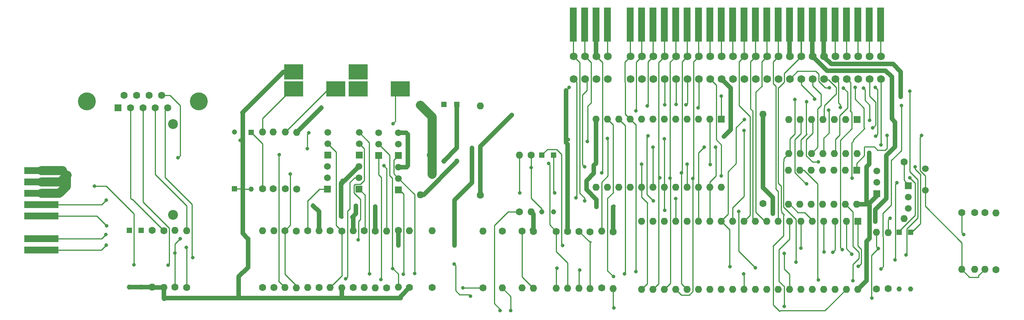
<source format=gtl>
%TF.GenerationSoftware,KiCad,Pcbnew,7.0.8*%
%TF.CreationDate,2023-10-30T18:51:19+00:00*%
%TF.ProjectId,Interface 1 Recreated,496e7465-7266-4616-9365-203120526563,rev?*%
%TF.SameCoordinates,Original*%
%TF.FileFunction,Copper,L1,Top*%
%TF.FilePolarity,Positive*%
%FSLAX46Y46*%
G04 Gerber Fmt 4.6, Leading zero omitted, Abs format (unit mm)*
G04 Created by KiCad (PCBNEW 7.0.8) date 2023-10-30 18:51:19*
%MOMM*%
%LPD*%
G01*
G04 APERTURE LIST*
%TA.AperFunction,ComponentPad*%
%ADD10C,1.600000*%
%TD*%
%TA.AperFunction,ComponentPad*%
%ADD11O,1.600000X1.600000*%
%TD*%
%TA.AperFunction,ComponentPad*%
%ADD12C,1.727200*%
%TD*%
%TA.AperFunction,ComponentPad*%
%ADD13R,1.150000X1.150000*%
%TD*%
%TA.AperFunction,ComponentPad*%
%ADD14C,1.150000*%
%TD*%
%TA.AperFunction,ComponentPad*%
%ADD15R,1.500000X1.500000*%
%TD*%
%TA.AperFunction,ComponentPad*%
%ADD16C,1.500000*%
%TD*%
%TA.AperFunction,ComponentPad*%
%ADD17R,1.600000X1.600000*%
%TD*%
%TA.AperFunction,ComponentPad*%
%ADD18R,4.300000X3.500000*%
%TD*%
%TA.AperFunction,SMDPad,CuDef*%
%ADD19R,7.620000X1.524000*%
%TD*%
%TA.AperFunction,ComponentPad*%
%ADD20C,2.200000*%
%TD*%
%TA.AperFunction,ComponentPad*%
%ADD21O,2.200000X2.200000*%
%TD*%
%TA.AperFunction,ComponentPad*%
%ADD22C,4.000000*%
%TD*%
%TA.AperFunction,SMDPad,CuDef*%
%ADD23R,1.524000X7.620000*%
%TD*%
%TA.AperFunction,ViaPad*%
%ADD24C,0.800000*%
%TD*%
%TA.AperFunction,Conductor*%
%ADD25C,1.000000*%
%TD*%
%TA.AperFunction,Conductor*%
%ADD26C,0.200000*%
%TD*%
%TA.AperFunction,Conductor*%
%ADD27C,0.250000*%
%TD*%
%TA.AperFunction,Conductor*%
%ADD28C,2.000000*%
%TD*%
G04 APERTURE END LIST*
D10*
%TO.P,R33,1*%
%TO.N,GND*%
X157076775Y-107997625D03*
D11*
%TO.P,R33,2*%
%TO.N,WRPROT_32*%
X157076775Y-120697625D03*
%TD*%
D10*
%TO.P,R18,1*%
%TO.N,Net-(Q5-C)*%
X106749850Y-107867450D03*
D11*
%TO.P,R18,2*%
%TO.N,Net-(C7-Pad1)*%
X106749850Y-120567450D03*
%TD*%
D12*
%TO.P,SK5,A1,A15*%
%TO.N,A15*%
X166074725Y-68808600D03*
%TO.P,SK5,A2,A13*%
%TO.N,A13*%
X168614725Y-68808600D03*
%TO.P,SK5,A3,D7*%
%TO.N,D7*%
X171154725Y-68808600D03*
%TO.P,SK5,A4,NCA4*%
%TO.N,NCA4*%
X173694725Y-68808600D03*
%TO.P,SK5,A6,D0*%
%TO.N,D0*%
X178774725Y-68808600D03*
%TO.P,SK5,A7,D1*%
%TO.N,D1*%
X181314725Y-68808600D03*
%TO.P,SK5,A8,D2*%
%TO.N,D2*%
X183854725Y-68808600D03*
%TO.P,SK5,A9,D6*%
%TO.N,D6*%
X186394725Y-68808600D03*
%TO.P,SK5,A10,D5*%
%TO.N,D5*%
X188934725Y-68808600D03*
%TO.P,SK5,A11,D3*%
%TO.N,D3*%
X191474725Y-68808600D03*
%TO.P,SK5,A12,D4*%
%TO.N,D4*%
X194014725Y-68808600D03*
%TO.P,SK5,A13,~{INT}*%
%TO.N,~{INT}*%
X196554725Y-68808600D03*
%TO.P,SK5,A14,~{NMI}*%
%TO.N,~{NMI}*%
X199094725Y-68808600D03*
%TO.P,SK5,A15,~{HALT}*%
%TO.N,~{HALT}*%
X201634725Y-68808600D03*
%TO.P,SK5,A16,~{MREQ}*%
%TO.N,~{MREQ}*%
X204174725Y-68808600D03*
%TO.P,SK5,A17,~{IORQ}*%
%TO.N,~{IORQ}*%
X206714725Y-68808600D03*
%TO.P,SK5,A18,~{RD}*%
%TO.N,~{RD}*%
X209254725Y-68808600D03*
%TO.P,SK5,A19,~{WR}*%
%TO.N,~{WR}*%
X211794725Y-68808600D03*
%TO.P,SK5,A20,-5V*%
%TO.N,-5V*%
X214334725Y-68808600D03*
%TO.P,SK5,A21,~{WAIT}*%
%TO.N,~{WAIT}*%
X216874725Y-68808600D03*
%TO.P,SK5,A22,+12V*%
%TO.N,+12V*%
X219414725Y-68808600D03*
%TO.P,SK5,A23,+12VAC*%
%TO.N,+12VAC*%
X221954725Y-68808600D03*
%TO.P,SK5,A24,~{M1}*%
%TO.N,~{M1}*%
X224494725Y-68808600D03*
%TO.P,SK5,A25,~{RFSH}*%
%TO.N,~{RFSH}*%
X227034725Y-68808600D03*
%TO.P,SK5,A26,A8*%
%TO.N,A8*%
X229574725Y-68808600D03*
%TO.P,SK5,A27,A10*%
%TO.N,A10*%
X232114725Y-68808600D03*
%TO.P,SK5,A28,NCA28*%
%TO.N,NCA28*%
X234654725Y-68808600D03*
%TO.P,SK5,B1,A14*%
%TO.N,A14*%
X166074725Y-73888600D03*
%TO.P,SK5,B2,A12*%
%TO.N,A12*%
X168614725Y-73888600D03*
%TO.P,SK5,B3,+5v*%
%TO.N,+5V*%
X171154725Y-73888600D03*
%TO.P,SK5,B4,+9V*%
%TO.N,+9V*%
X173694725Y-73888600D03*
%TO.P,SK5,B6,GND*%
%TO.N,GND*%
X178774725Y-73888600D03*
%TO.P,SK5,B7,GND*%
X181314725Y-73888600D03*
%TO.P,SK5,B8,CLK*%
%TO.N,CLK*%
X183854725Y-73888600D03*
%TO.P,SK5,B9,A0*%
%TO.N,A0*%
X186394725Y-73888600D03*
%TO.P,SK5,B10,A1*%
%TO.N,A1*%
X188934725Y-73888600D03*
%TO.P,SK5,B11,A2*%
%TO.N,A2*%
X191474725Y-73888600D03*
%TO.P,SK5,B12,A3*%
%TO.N,A3*%
X194014725Y-73888600D03*
%TO.P,SK5,B13,~{IORQGE}*%
%TO.N,~{IORQGE}*%
X196554725Y-73888600D03*
%TO.P,SK5,B14,GND*%
%TO.N,GND*%
X199094725Y-73888600D03*
%TO.P,SK5,B15,VIDEO*%
%TO.N,VIDEO*%
X201634725Y-73888600D03*
%TO.P,SK5,B16,Y*%
%TO.N,Y*%
X204174725Y-73888600D03*
%TO.P,SK5,B17,V*%
%TO.N,V*%
X206714725Y-73888600D03*
%TO.P,SK5,B18,U*%
%TO.N,U*%
X209254725Y-73888600D03*
%TO.P,SK5,B19,~{BUSRQ}*%
%TO.N,~{BUSRQ}*%
X211794725Y-73888600D03*
%TO.P,SK5,B20,~{RESET}*%
%TO.N,~{RESET}*%
X214334725Y-73888600D03*
%TO.P,SK5,B21,A7*%
%TO.N,A7*%
X216874725Y-73888600D03*
%TO.P,SK5,B22,A6*%
%TO.N,A6*%
X219414725Y-73888600D03*
%TO.P,SK5,B23,A5*%
%TO.N,A5*%
X221954725Y-73888600D03*
%TO.P,SK5,B24,A4*%
%TO.N,A4*%
X224494725Y-73888600D03*
%TO.P,SK5,B25,~{ROMCS}*%
%TO.N,~{ROMCS}*%
X227034725Y-73888600D03*
%TO.P,SK5,B26,~{BUSACK}*%
%TO.N,~{BUSACK}*%
X229574725Y-73888600D03*
%TO.P,SK5,B27,A9*%
%TO.N,A9*%
X232114725Y-73888600D03*
%TO.P,SK5,B28,A11*%
%TO.N,A11*%
X234654725Y-73888600D03*
%TD*%
D10*
%TO.P,R7,1*%
%TO.N,Net-(Q2-C)*%
X172319950Y-120681750D03*
D11*
%TO.P,R7,2*%
%TO.N,Net-(R21-Pad2)*%
X172319950Y-107981750D03*
%TD*%
D13*
%TO.P,D8,1,K*%
%TO.N,NET36*%
X94138750Y-85832950D03*
D14*
%TO.P,D8,2,A*%
%TO.N,GND*%
X94138750Y-98532950D03*
%TD*%
D10*
%TO.P,R28,1*%
%TO.N,Net-(R25-Pad2)*%
X72031225Y-107803950D03*
D11*
%TO.P,R28,2*%
%TO.N,GND*%
X72031225Y-120503950D03*
%TD*%
D10*
%TO.P,R14,1*%
%TO.N,+12V*%
X104193975Y-107911900D03*
D11*
%TO.P,R14,2*%
%TO.N,Net-(Q5-B)*%
X104193975Y-120611900D03*
%TD*%
D15*
%TO.P,Q5,1,C*%
%TO.N,Net-(Q5-C)*%
X111163100Y-98532950D03*
D16*
%TO.P,Q5,2,B*%
%TO.N,Net-(Q5-B)*%
X111163100Y-95992950D03*
%TO.P,Q5,3,E*%
%TO.N,+12V*%
X111163100Y-93452950D03*
%TD*%
D10*
%TO.P,C3,1*%
%TO.N,Net-(C3-Pad1)*%
X260346825Y-116544725D03*
D11*
%TO.P,C3,2*%
%TO.N,GND*%
X260346825Y-103844725D03*
%TD*%
D10*
%TO.P,R22,1*%
%TO.N,GND*%
X99056825Y-98463100D03*
D11*
%TO.P,R22,2*%
%TO.N,Net-(R22-Pad2)*%
X99056825Y-85763100D03*
%TD*%
D10*
%TO.P,C5,1*%
%TO.N,+5V*%
X236254925Y-120818275D03*
D11*
%TO.P,C5,2*%
%TO.N,GND*%
X236254925Y-108318275D03*
%TD*%
D13*
%TO.P,D3,1,K*%
%TO.N,Net-(D3-K)*%
X238747300Y-108178600D03*
D14*
%TO.P,D3,2,A*%
%TO.N,Net-(D3-A)*%
X238747300Y-120878600D03*
%TD*%
D15*
%TO.P,Q9,1,C*%
%TO.N,Net-(Q9-C)*%
X122574050Y-90995500D03*
D16*
%TO.P,Q9,2,B*%
%TO.N,ERASE_35*%
X122574050Y-88455500D03*
%TO.P,Q9,3,E*%
%TO.N,Net-(D11-A)*%
X122574050Y-85915500D03*
%TD*%
D10*
%TO.P,R32,1*%
%TO.N,Net-(U1-~{ROM_EN})*%
X154009725Y-103625650D03*
D11*
%TO.P,R32,2*%
%TO.N,Net-(D10-K)*%
X154009725Y-90925650D03*
%TD*%
D10*
%TO.P,R3,1*%
%TO.N,+5V*%
X164719000Y-108061125D03*
D11*
%TO.P,R3,2*%
%TO.N,Net-(Q1-B)*%
X164719000Y-120761125D03*
%TD*%
D13*
%TO.P,D10,1,K*%
%TO.N,Net-(D10-K)*%
X161617025Y-90925650D03*
D14*
%TO.P,D10,2,A*%
%TO.N,Net-(D10-A)*%
X161617025Y-103625650D03*
%TD*%
D10*
%TO.P,R15,1*%
%TO.N,Net-(Q5-B)*%
X101660325Y-107826175D03*
D11*
%TO.P,R15,2*%
%TO.N,Net-(Q6-C)*%
X101660325Y-120526175D03*
%TD*%
D17*
%TO.P,U1,1,DTR*%
%TO.N,DTR_1*%
X229492175Y-105746550D03*
D11*
%TO.P,U1,2,~{RESET}*%
%TO.N,~{RESET}*%
X226952175Y-105746550D03*
%TO.P,U1,3,DECODE*%
%TO.N,Net-(D3-A)*%
X224412175Y-105746550D03*
%TO.P,U1,4,TX_DATA*%
%TO.N,TXDATA_4*%
X221872175Y-105746550D03*
%TO.P,U1,5,CLOCK*%
%TO.N,Net-(U1-CLOCK)*%
X219332175Y-105746550D03*
%TO.P,U1,6,~{ROMCS}*%
%TO.N,~{ROMCS}*%
X216792175Y-105746550D03*
%TO.P,U1,7,~{ROM_EN}*%
%TO.N,Net-(U1-~{ROM_EN})*%
X214252175Y-105746550D03*
%TO.P,U1,8,~{WR}*%
%TO.N,~{WR}*%
X211712175Y-105746550D03*
%TO.P,U1,9,~{RD}*%
%TO.N,~{RD}*%
X209172175Y-105746550D03*
%TO.P,U1,10,~{IORQ}*%
%TO.N,~{IORQ}*%
X206632175Y-105746550D03*
%TO.P,U1,11,~{MREQ}*%
%TO.N,~{MREQ}*%
X204092175Y-105746550D03*
%TO.P,U1,12,A3*%
%TO.N,A3*%
X201552175Y-105746550D03*
%TO.P,U1,13,A4*%
%TO.N,A4*%
X199012175Y-105746550D03*
%TO.P,U1,14,A8*%
%TO.N,A8*%
X196472175Y-105746550D03*
%TO.P,U1,15,A9*%
%TO.N,A9*%
X193932175Y-105746550D03*
%TO.P,U1,16,A10*%
%TO.N,A10*%
X191392175Y-105746550D03*
%TO.P,U1,17,A12*%
%TO.N,A12*%
X188852175Y-105746550D03*
%TO.P,U1,18,A14*%
%TO.N,A14*%
X186312175Y-105746550D03*
%TO.P,U1,19,A15*%
%TO.N,A15*%
X183772175Y-105746550D03*
%TO.P,U1,20,GND*%
%TO.N,GND*%
X181232175Y-105746550D03*
%TO.P,U1,21,D7*%
%TO.N,D7*%
X181232175Y-120986550D03*
%TO.P,U1,22,D6*%
%TO.N,D6*%
X183772175Y-120986550D03*
%TO.P,U1,23,D5*%
%TO.N,D5*%
X186312175Y-120986550D03*
%TO.P,U1,24,D4*%
%TO.N,D4*%
X188852175Y-120986550D03*
%TO.P,U1,25,D3*%
%TO.N,D3*%
X191392175Y-120986550D03*
%TO.P,U1,26,D2*%
%TO.N,D2*%
X193932175Y-120986550D03*
%TO.P,U1,27,D1*%
%TO.N,D1*%
X196472175Y-120986550D03*
%TO.P,U1,28,D0*%
%TO.N,D0*%
X199012175Y-120986550D03*
%TO.P,U1,29,R/~{W}*%
%TO.N,R{slash}W_29*%
X201552175Y-120986550D03*
%TO.P,U1,30,COMMS_OUT*%
%TO.N,COMMSOUT_30*%
X204092175Y-120986550D03*
%TO.P,U1,31,COMMS_CLK*%
%TO.N,COMMSCLK_31*%
X206632175Y-120986550D03*
%TO.P,U1,32,WR_PROT*%
%TO.N,WRPROT_32*%
X209172175Y-120986550D03*
%TO.P,U1,33,RX_DATA*%
%TO.N,RXDATA_33*%
X211712175Y-120986550D03*
%TO.P,U1,34,CTS*%
%TO.N,CTS_34*%
X214252175Y-120986550D03*
%TO.P,U1,35,ERASE*%
%TO.N,ERASE_35*%
X216792175Y-120986550D03*
%TO.P,U1,36,NET*%
%TO.N,NET36*%
X219332175Y-120986550D03*
%TO.P,U1,37,DATA_1*%
%TO.N,DATA1_37*%
X221872175Y-120986550D03*
%TO.P,U1,38,DATA_2*%
%TO.N,DATA2_38*%
X224412175Y-120986550D03*
%TO.P,U1,39,~{WAIT}*%
%TO.N,~{WAIT}*%
X226952175Y-120986550D03*
%TO.P,U1,40,+5v*%
%TO.N,+5V*%
X229492175Y-120986550D03*
%TD*%
D10*
%TO.P,R10,1*%
%TO.N,GND*%
X129463800Y-120551575D03*
D11*
%TO.P,R10,2*%
%TO.N,Net-(Q3-B)*%
X129463800Y-107851575D03*
%TD*%
D10*
%TO.P,R13,1*%
%TO.N,Net-(Q4-C)*%
X119351425Y-107889675D03*
D11*
%TO.P,R13,2*%
%TO.N,Net-(C8-Pad1)*%
X119351425Y-120589675D03*
%TD*%
D10*
%TO.P,C8,1*%
%TO.N,Net-(C8-Pad1)*%
X96678750Y-120529350D03*
D11*
%TO.P,C8,2*%
%TO.N,-12V*%
X96678750Y-107829350D03*
%TD*%
D10*
%TO.P,R12,1*%
%TO.N,Net-(Q4-B)*%
X124377450Y-120615075D03*
D11*
%TO.P,R12,2*%
%TO.N,Net-(Q3-C)*%
X124377450Y-107915075D03*
%TD*%
D17*
%TO.P,U4,1*%
%TO.N,Net-(C4-Pad2)*%
X229231825Y-94345125D03*
D11*
%TO.P,U4,2*%
%TO.N,Net-(C3-Pad1)*%
X226691825Y-94345125D03*
%TO.P,U4,3*%
X224151825Y-94345125D03*
%TO.P,U4,4*%
%TO.N,Net-(U4-Pad4)*%
X221611825Y-94345125D03*
%TO.P,U4,5*%
X219071825Y-94345125D03*
%TO.P,U4,6*%
%TO.N,Net-(U4-Pad13)*%
X216531825Y-94345125D03*
%TO.P,U4,7,GND*%
%TO.N,GND*%
X213991825Y-94345125D03*
%TO.P,U4,8*%
%TO.N,Net-(U1-CLOCK)*%
X213991825Y-101965125D03*
%TO.P,U4,9*%
%TO.N,Net-(U4-Pad10)*%
X216531825Y-101965125D03*
%TO.P,U4,10*%
X219071825Y-101965125D03*
%TO.P,U4,11*%
%TO.N,Net-(U4-Pad11)*%
X221611825Y-101965125D03*
%TO.P,U4,12*%
X224151825Y-101965125D03*
%TO.P,U4,13*%
%TO.N,Net-(U4-Pad13)*%
X226691825Y-101965125D03*
%TO.P,U4,14,VCC*%
%TO.N,+5V*%
X229231825Y-101965125D03*
%TD*%
D15*
%TO.P,Q6,1,C*%
%TO.N,Net-(Q6-C)*%
X111232950Y-90925650D03*
D16*
%TO.P,Q6,2,B*%
%TO.N,CTS_34*%
X111232950Y-88385650D03*
%TO.P,Q6,3,E*%
%TO.N,GND*%
X111232950Y-85845650D03*
%TD*%
D10*
%TO.P,R24,1*%
%TO.N,TXDATA_4*%
X77098525Y-120510300D03*
D11*
%TO.P,R24,2*%
%TO.N,Net-(R24-Pad2)*%
X77098525Y-107810300D03*
%TD*%
D10*
%TO.P,R8,1*%
%TO.N,RXDATA_33*%
X134467600Y-120596025D03*
D11*
%TO.P,R8,2*%
%TO.N,Net-(Q3-B)*%
X134467600Y-107896025D03*
%TD*%
D13*
%TO.P,D4,1,K*%
%TO.N,Net-(D4-K)*%
X241303175Y-108156375D03*
D14*
%TO.P,D4,2,A*%
%TO.N,Net-(D3-A)*%
X241303175Y-120856375D03*
%TD*%
D10*
%TO.P,R23,1*%
%TO.N,GND*%
X101742875Y-98428175D03*
D11*
%TO.P,R23,2*%
%TO.N,Net-(R23-Pad2)*%
X101742875Y-85728175D03*
%TD*%
D10*
%TO.P,R27,1*%
%TO.N,GND*%
X150161625Y-107975400D03*
D11*
%TO.P,R27,2*%
%TO.N,DATA2_38*%
X150161625Y-120675400D03*
%TD*%
D10*
%TO.P,R34,1*%
%TO.N,Net-(R34-Pad1)*%
X104257475Y-98567875D03*
D11*
%TO.P,R34,2*%
%TO.N,+9V*%
X104257475Y-85867875D03*
%TD*%
D17*
%TO.P,U2,1,A7*%
%TO.N,A7*%
X199018525Y-82867500D03*
D11*
%TO.P,U2,2,A6*%
%TO.N,A6*%
X196478525Y-82867500D03*
%TO.P,U2,3,A5*%
%TO.N,A5*%
X193938525Y-82867500D03*
%TO.P,U2,4,A4*%
%TO.N,A4*%
X191398525Y-82867500D03*
%TO.P,U2,5,A3*%
%TO.N,A3*%
X188858525Y-82867500D03*
%TO.P,U2,6,A2*%
%TO.N,A2*%
X186318525Y-82867500D03*
%TO.P,U2,7,A1*%
%TO.N,A1*%
X183778525Y-82867500D03*
%TO.P,U2,8,A0*%
%TO.N,A0*%
X181238525Y-82867500D03*
%TO.P,U2,9,D0*%
%TO.N,D0*%
X178698525Y-82867500D03*
%TO.P,U2,10,D1*%
%TO.N,D1*%
X176158525Y-82867500D03*
%TO.P,U2,11,D2*%
%TO.N,D2*%
X173618525Y-82867500D03*
%TO.P,U2,12,GND*%
%TO.N,GND*%
X171078525Y-82867500D03*
%TO.P,U2,13,D3*%
%TO.N,D3*%
X171078525Y-98107500D03*
%TO.P,U2,14,D4*%
%TO.N,D4*%
X173618525Y-98107500D03*
%TO.P,U2,15,D5*%
%TO.N,D5*%
X176158525Y-98107500D03*
%TO.P,U2,16,D6*%
%TO.N,D6*%
X178698525Y-98107500D03*
%TO.P,U2,17,D7*%
%TO.N,D7*%
X181238525Y-98107500D03*
%TO.P,U2,18,A11*%
%TO.N,A11*%
X183778525Y-98107500D03*
%TO.P,U2,19,A10*%
%TO.N,A10*%
X186318525Y-98107500D03*
%TO.P,U2,20,~{CE}*%
%TO.N,Net-(D10-K)*%
X188858525Y-98107500D03*
%TO.P,U2,21,A12*%
%TO.N,A12*%
X191398525Y-98107500D03*
%TO.P,U2,22,A9*%
%TO.N,A9*%
X193938525Y-98107500D03*
%TO.P,U2,23,A8*%
%TO.N,A8*%
X196478525Y-98107500D03*
%TO.P,U2,24,VCC*%
%TO.N,+5V*%
X199018525Y-98107500D03*
%TD*%
D13*
%TO.P,D9,1,K*%
%TO.N,~{ROMCS}*%
X158997650Y-90925650D03*
D14*
%TO.P,D9,2,A*%
%TO.N,Net-(D10-A)*%
X158997650Y-103625650D03*
%TD*%
D10*
%TO.P,R6,1*%
%TO.N,Net-(Q1-C)*%
X167303450Y-108003975D03*
D11*
%TO.P,R6,2*%
%TO.N,RXDATA_33*%
X167303450Y-120703975D03*
%TD*%
D10*
%TO.P,C4,1*%
%TO.N,GND*%
X257876675Y-103774875D03*
D11*
%TO.P,C4,2*%
%TO.N,Net-(C4-Pad2)*%
X257876675Y-116474875D03*
%TD*%
D13*
%TO.P,D1,1,K*%
%TO.N,GND*%
X137121900Y-79552800D03*
D14*
%TO.P,D1,2,A*%
%TO.N,Net-(D1-A)*%
X137121900Y-92252800D03*
%TD*%
D18*
%TO.P,SK3,S*%
%TO.N,GND*%
X103637350Y-72309075D03*
%TO.P,SK3,T*%
%TO.N,Net-(R21-Pad2)*%
X103637350Y-76109075D03*
%TO.P,SK3,TN*%
%TO.N,Net-(R23-Pad2)*%
X113037350Y-76109075D03*
%TD*%
D10*
%TO.P,R2,1*%
%TO.N,+5V*%
X239807750Y-92414725D03*
D11*
%TO.P,R2,2*%
%TO.N,Net-(U1-CLOCK)*%
X239807750Y-105114725D03*
%TD*%
D10*
%TO.P,R30,1*%
%TO.N,Net-(Q9-C)*%
X145824575Y-120637300D03*
D11*
%TO.P,R30,2*%
%TO.N,Net-(SK4-Pin_A5)*%
X145824575Y-107937300D03*
%TD*%
D10*
%TO.P,R1,1*%
%TO.N,+5V*%
X233680000Y-120859550D03*
D11*
%TO.P,R1,2*%
%TO.N,Net-(D3-A)*%
X233680000Y-108159550D03*
%TD*%
D18*
%TO.P,SK2,S*%
%TO.N,GND*%
X117978825Y-72309075D03*
%TO.P,SK2,T*%
%TO.N,Net-(R21-Pad2)*%
X117978825Y-76109075D03*
%TO.P,SK2,TN*%
%TO.N,Net-(R22-Pad2)*%
X127378825Y-76109075D03*
%TD*%
D19*
%TO.P,SK4,A1,Pin_A1*%
%TO.N,DATA1_37*%
X47323375Y-112207325D03*
%TO.P,SK4,A2,Pin_A2*%
%TO.N,COMMSCLK_31*%
X47323375Y-109667325D03*
%TO.P,SK4,A4,Pin_A4*%
%TO.N,COMMSOUT_30*%
X47323375Y-104587325D03*
%TO.P,SK4,A5,Pin_A5*%
%TO.N,Net-(SK4-Pin_A5)*%
X47323375Y-102047325D03*
%TO.P,SK4,A6,Pin_A6*%
%TO.N,GND*%
X47323375Y-99507325D03*
%TO.P,SK4,A7,Pin_A7*%
X47323375Y-96967325D03*
%TO.P,SK4,A8,Pin_A8*%
X47323375Y-94427325D03*
%TD*%
D15*
%TO.P,Q11,1,C*%
%TO.N,+5V*%
X240783325Y-97773650D03*
D16*
%TO.P,Q11,2,B*%
%TO.N,~{IORQ}*%
X240783325Y-100313650D03*
%TO.P,Q11,3,E*%
%TO.N,~{IORQGE}*%
X240783325Y-102853650D03*
%TD*%
D10*
%TO.P,C1,1*%
%TO.N,+12VAC*%
X145253075Y-99895025D03*
D11*
%TO.P,C1,2*%
%TO.N,Net-(D1-A)*%
X145253075Y-79895025D03*
%TD*%
D10*
%TO.P,R9,1*%
%TO.N,WRPROT_32*%
X154543125Y-107975400D03*
D11*
%TO.P,R9,2*%
%TO.N,Net-(SK4-Pin_B2)*%
X154543125Y-120675400D03*
%TD*%
D10*
%TO.P,R31,1*%
%TO.N,Net-(D10-A)*%
X156591000Y-90925650D03*
D11*
%TO.P,R31,2*%
%TO.N,GND*%
X156591000Y-103625650D03*
%TD*%
D10*
%TO.P,R36,1*%
%TO.N,GND*%
X174853600Y-108083350D03*
D11*
%TO.P,R36,2*%
%TO.N,DATA1_37*%
X174853600Y-120783350D03*
%TD*%
D10*
%TO.P,R5,1*%
%TO.N,+5V*%
X169764075Y-108105575D03*
D11*
%TO.P,R5,2*%
%TO.N,Net-(Q1-C)*%
X169764075Y-120805575D03*
%TD*%
D10*
%TO.P,R17,1*%
%TO.N,Net-(C8-Pad1)*%
X116881275Y-120596025D03*
D11*
%TO.P,R17,2*%
%TO.N,-12V*%
X116881275Y-107896025D03*
%TD*%
D15*
%TO.P,Q10,1,C*%
%TO.N,+5V*%
X233721275Y-99599750D03*
D16*
%TO.P,Q10,2,B*%
%TO.N,A0*%
X233721275Y-97059750D03*
%TO.P,Q10,3,E*%
%TO.N,~{IORQGE}*%
X233721275Y-94519750D03*
%TD*%
D10*
%TO.P,R21,1*%
%TO.N,NET36*%
X96650175Y-98463100D03*
D11*
%TO.P,R21,2*%
%TO.N,Net-(R21-Pad2)*%
X96650175Y-85763100D03*
%TD*%
D10*
%TO.P,C2,1*%
%TO.N,GND*%
X131889500Y-79776300D03*
D11*
%TO.P,C2,2*%
%TO.N,-12V*%
X131889500Y-99776300D03*
%TD*%
D10*
%TO.P,R11,1*%
%TO.N,+12V*%
X121821575Y-107930950D03*
D11*
%TO.P,R11,2*%
%TO.N,Net-(Q4-B)*%
X121821575Y-120630950D03*
%TD*%
D20*
%TO.P,L1,1,1*%
%TO.N,+9V*%
X76698475Y-83972400D03*
D21*
%TO.P,L1,2,2*%
%TO.N,Net-(SK4-Pin_B4)*%
X76698475Y-104292400D03*
%TD*%
D13*
%TO.P,D2,1,K*%
%TO.N,Net-(D1-A)*%
X140017500Y-79552800D03*
D14*
%TO.P,D2,2,A*%
%TO.N,-12V*%
X140017500Y-92252800D03*
%TD*%
D10*
%TO.P,C7,1*%
%TO.N,Net-(C7-Pad1)*%
X99167950Y-120551575D03*
D11*
%TO.P,C7,2*%
%TO.N,-12V*%
X99167950Y-107851575D03*
%TD*%
D22*
%TO.P,SK1,0,PAD*%
%TO.N,GND*%
X82451225Y-78936075D03*
X57451225Y-78936075D03*
D17*
%TO.P,SK1,1,1*%
%TO.N,unconnected-(SK1-Pad1)*%
X64411225Y-80356075D03*
D10*
%TO.P,SK1,2,2*%
%TO.N,Net-(R24-Pad2)*%
X67181225Y-80356075D03*
%TO.P,SK1,3,3*%
%TO.N,Net-(C8-Pad1)*%
X69951225Y-80356075D03*
%TO.P,SK1,4,4*%
%TO.N,Net-(R25-Pad2)*%
X72721225Y-80356075D03*
%TO.P,SK1,5,5*%
%TO.N,Net-(C7-Pad1)*%
X75491225Y-80356075D03*
%TO.P,SK1,6,6*%
%TO.N,unconnected-(SK1-Pad6)*%
X65796225Y-77516075D03*
%TO.P,SK1,7,7*%
%TO.N,GND*%
X68566225Y-77516075D03*
%TO.P,SK1,8,8*%
%TO.N,unconnected-(SK1-Pad8)*%
X71336225Y-77516075D03*
%TO.P,SK1,9,9*%
%TO.N,Net-(R34-Pad1)*%
X74106225Y-77516075D03*
%TD*%
D16*
%TO.P,X1,1,1*%
%TO.N,Net-(C4-Pad2)*%
X244544850Y-98831400D03*
%TO.P,X1,2,2*%
%TO.N,Net-(C3-Pad1)*%
X244544850Y-93931400D03*
%TD*%
D15*
%TO.P,Q3,1,C*%
%TO.N,Net-(Q3-C)*%
X118246525Y-90960575D03*
D16*
%TO.P,Q3,2,B*%
%TO.N,Net-(Q3-B)*%
X118246525Y-88420575D03*
%TO.P,Q3,3,E*%
%TO.N,COMMSOUT_30*%
X118246525Y-85880575D03*
%TD*%
D10*
%TO.P,R16,1*%
%TO.N,+5V*%
X111750475Y-107845225D03*
D11*
%TO.P,R16,2*%
%TO.N,CTS_34*%
X111750475Y-120545225D03*
%TD*%
D15*
%TO.P,Q1,1,C*%
%TO.N,Net-(Q1-C)*%
X126968250Y-90995500D03*
D16*
%TO.P,Q1,2,B*%
%TO.N,Net-(Q1-B)*%
X126968250Y-88455500D03*
%TO.P,Q1,3,E*%
%TO.N,+5V*%
X126968250Y-85915500D03*
%TD*%
D13*
%TO.P,D7,1,K*%
%TO.N,DTR_1*%
X69538850Y-107803950D03*
D14*
%TO.P,D7,2,A*%
%TO.N,GND*%
X69538850Y-120503950D03*
%TD*%
D17*
%TO.P,U3,1*%
%TO.N,A13*%
X229301675Y-82972275D03*
D11*
%TO.P,U3,2*%
%TO.N,GND*%
X226761675Y-82972275D03*
%TO.P,U3,3*%
%TO.N,A7*%
X224221675Y-82972275D03*
%TO.P,U3,4*%
%TO.N,A5*%
X221681675Y-82972275D03*
%TO.P,U3,5*%
%TO.N,Net-(D4-K)*%
X219141675Y-82972275D03*
%TO.P,U3,6*%
%TO.N,Net-(D3-K)*%
X216601675Y-82972275D03*
%TO.P,U3,7,GND*%
%TO.N,GND*%
X214061675Y-82972275D03*
%TO.P,U3,8*%
%TO.N,A0*%
X214061675Y-90592275D03*
%TO.P,U3,9*%
%TO.N,A1*%
X216601675Y-90592275D03*
%TO.P,U3,10*%
%TO.N,A6*%
X219141675Y-90592275D03*
%TO.P,U3,11*%
%TO.N,A2*%
X221681675Y-90592275D03*
%TO.P,U3,12*%
%TO.N,~{M1}*%
X224221675Y-90592275D03*
%TO.P,U3,13*%
%TO.N,A11*%
X226761675Y-90592275D03*
%TO.P,U3,14,VCC*%
%TO.N,+5V*%
X229301675Y-90592275D03*
%TD*%
D10*
%TO.P,R25,1*%
%TO.N,DTR_1*%
X79759175Y-120596025D03*
D11*
%TO.P,R25,2*%
%TO.N,Net-(R25-Pad2)*%
X79759175Y-107896025D03*
%TD*%
D13*
%TO.P,D11,1,K*%
%TO.N,GND*%
X90404950Y-98498025D03*
D14*
%TO.P,D11,2,A*%
%TO.N,Net-(D11-A)*%
X90404950Y-85798025D03*
%TD*%
D10*
%TO.P,R29,1*%
%TO.N,Net-(R24-Pad2)*%
X74628375Y-107867450D03*
D11*
%TO.P,R29,2*%
%TO.N,GND*%
X74628375Y-120567450D03*
%TD*%
D10*
%TO.P,NoFit1,1*%
%TO.N,Net-(U1-CLOCK)*%
X255620837Y-103805037D03*
D11*
%TO.P,NoFit1,2*%
%TO.N,Net-(C3-Pad1)*%
X255620837Y-116505037D03*
%TD*%
D10*
%TO.P,R26,1*%
%TO.N,+5V*%
X126942850Y-107746800D03*
D11*
%TO.P,R26,2*%
%TO.N,ERASE_35*%
X126942850Y-120446800D03*
%TD*%
D23*
%TO.P,SK6,A1,A15*%
%TO.N,A15*%
X166008050Y-61744225D03*
%TO.P,SK6,A2,A13*%
%TO.N,A13*%
X168548050Y-61744225D03*
%TO.P,SK6,A3,D7*%
%TO.N,D7*%
X171088050Y-61744225D03*
%TO.P,SK6,A4,NCA4*%
%TO.N,NCA4*%
X173628050Y-61744225D03*
%TO.P,SK6,A6,D0*%
%TO.N,D0*%
X178708050Y-61744225D03*
%TO.P,SK6,A7,D1*%
%TO.N,D1*%
X181248050Y-61744225D03*
%TO.P,SK6,A8,D2*%
%TO.N,D2*%
X183788050Y-61744225D03*
%TO.P,SK6,A9,D6*%
%TO.N,D6*%
X186328050Y-61744225D03*
%TO.P,SK6,A10,D5*%
%TO.N,D5*%
X188868050Y-61744225D03*
%TO.P,SK6,A11,D3*%
%TO.N,D3*%
X191408050Y-61744225D03*
%TO.P,SK6,A12,D4*%
%TO.N,D4*%
X193948050Y-61744225D03*
%TO.P,SK6,A13,~{INT}*%
%TO.N,~{INT}*%
X196488050Y-61744225D03*
%TO.P,SK6,A14,~{NMI}*%
%TO.N,~{NMI}*%
X199028050Y-61744225D03*
%TO.P,SK6,A15,~{HALT}*%
%TO.N,~{HALT}*%
X201568050Y-61744225D03*
%TO.P,SK6,A16,~{MREQ}*%
%TO.N,~{MREQ}*%
X204108050Y-61744225D03*
%TO.P,SK6,A17,~{IORQ}*%
%TO.N,~{IORQ}*%
X206648050Y-61744225D03*
%TO.P,SK6,A18,~{RD}*%
%TO.N,~{RD}*%
X209188050Y-61744225D03*
%TO.P,SK6,A19,~{WR}*%
%TO.N,~{WR}*%
X211728050Y-61744225D03*
%TO.P,SK6,A20,-5V*%
%TO.N,-5V*%
X214268050Y-61744225D03*
%TO.P,SK6,A21,~{WAIT}*%
%TO.N,~{WAIT}*%
X216808050Y-61744225D03*
%TO.P,SK6,A22,+12V*%
%TO.N,+12V*%
X219348050Y-61744225D03*
%TO.P,SK6,A23,+12VAC*%
%TO.N,+12VAC*%
X221888050Y-61744225D03*
%TO.P,SK6,A24,~{M1}*%
%TO.N,~{M1}*%
X224428050Y-61744225D03*
%TO.P,SK6,A25,~{RFSH}*%
%TO.N,~{RFSH}*%
X226968050Y-61744225D03*
%TO.P,SK6,A26,A8*%
%TO.N,A8*%
X229508050Y-61744225D03*
%TO.P,SK6,A27,A10*%
%TO.N,A10*%
X232048050Y-61744225D03*
%TO.P,SK6,A28,NCA28*%
%TO.N,NCA28*%
X234588050Y-61744225D03*
%TD*%
D13*
%TO.P,D6,1,K*%
%TO.N,TXDATA_4*%
X66919475Y-107759500D03*
D14*
%TO.P,D6,2,A*%
%TO.N,GND*%
X66919475Y-120459500D03*
%TD*%
D10*
%TO.P,R19,1*%
%TO.N,CTS_34*%
X114328575Y-107911900D03*
D11*
%TO.P,R19,2*%
%TO.N,GND*%
X114328575Y-120611900D03*
%TD*%
D15*
%TO.P,Q2,1,C*%
%TO.N,Net-(Q2-C)*%
X127003175Y-98672650D03*
D16*
%TO.P,Q2,2,B*%
%TO.N,Net-(Q1-C)*%
X127003175Y-96132650D03*
%TO.P,Q2,3,E*%
%TO.N,+5V*%
X127003175Y-93592650D03*
%TD*%
D10*
%TO.P,R35,1*%
%TO.N,Net-(C3-Pad1)*%
X252701425Y-103797100D03*
D11*
%TO.P,R35,2*%
%TO.N,Net-(C4-Pad2)*%
X252701425Y-116497100D03*
%TD*%
D10*
%TO.P,R20,1*%
%TO.N,Net-(C7-Pad1)*%
X109261275Y-120596025D03*
D11*
%TO.P,R20,2*%
%TO.N,-12V*%
X109261275Y-107896025D03*
%TD*%
D10*
%TO.P,C6,1*%
%TO.N,+5V*%
X208368900Y-101777800D03*
D11*
%TO.P,C6,2*%
%TO.N,GND*%
X208368900Y-81777800D03*
%TD*%
D10*
%TO.P,R4,1*%
%TO.N,Net-(Q1-B)*%
X162207575Y-107997625D03*
D11*
%TO.P,R4,2*%
%TO.N,COMMSOUT_30*%
X162207575Y-120697625D03*
%TD*%
D15*
%TO.P,Q4,1,C*%
%TO.N,Net-(Q4-C)*%
X118176675Y-98532950D03*
D16*
%TO.P,Q4,2,B*%
%TO.N,Net-(Q4-B)*%
X118176675Y-95992950D03*
%TO.P,Q4,3,E*%
%TO.N,+12V*%
X118176675Y-93452950D03*
%TD*%
D24*
%TO.N,+12VAC*%
X152276175Y-81911825D03*
X239112425Y-77920850D03*
%TO.N,GND*%
X134165975Y-84715350D03*
X134340600Y-95450025D03*
X53082825Y-95430975D03*
X171186475Y-102546150D03*
X175056800Y-102336600D03*
X210550125Y-104041575D03*
X199586850Y-86750525D03*
X91659075Y-87636350D03*
X157076775Y-106067225D03*
X236670850Y-105022650D03*
X52860575Y-97863025D03*
X208368900Y-94307025D03*
%TO.N,-12V*%
X107924600Y-102092125D03*
X117414675Y-102266750D03*
%TO.N,Net-(C3-Pad1)*%
X253120525Y-108734225D03*
%TO.N,Net-(C4-Pad2)*%
X243693950Y-86560025D03*
X236019975Y-86502875D03*
%TO.N,+5V*%
X232130600Y-109575600D03*
X126876175Y-111252000D03*
X165053423Y-75798902D03*
X139503150Y-111121825D03*
X164927310Y-87416051D03*
X143389350Y-89312750D03*
X232057575Y-90417650D03*
%TO.N,Net-(C7-Pad1)*%
X81108550Y-113855500D03*
%TO.N,Net-(C8-Pad1)*%
X75580875Y-115528725D03*
%TO.N,Net-(D3-K)*%
X218078050Y-97361375D03*
X241134900Y-96021525D03*
%TO.N,Net-(D3-A)*%
X232657650Y-122920125D03*
X223901000Y-112664875D03*
X234073700Y-111842550D03*
%TO.N,Net-(D4-K)*%
X220656150Y-92478225D03*
X242287425Y-93510100D03*
%TO.N,TXDATA_4*%
X78317725Y-109610525D03*
X77089000Y-112849025D03*
X221945200Y-112595025D03*
%TO.N,DTR_1*%
X229587425Y-115804950D03*
X79657575Y-111566325D03*
%TO.N,NET36*%
X202926950Y-103562150D03*
X183880125Y-101180900D03*
X182683150Y-86604475D03*
X206682975Y-116173250D03*
%TO.N,~{ROMCS}*%
X163626800Y-111166275D03*
X226006025Y-112061625D03*
X216792175Y-111721300D03*
%TO.N,Net-(D10-A)*%
X156600525Y-93703775D03*
X228868288Y-75807887D03*
X228258688Y-96105662D03*
%TO.N,Net-(D10-K)*%
X154089100Y-99390200D03*
X161871025Y-99355275D03*
%TO.N,Net-(D11-A)*%
X106689525Y-89522300D03*
X107003850Y-85928200D03*
%TO.N,+9V*%
X109778800Y-80130650D03*
%TO.N,Net-(Q1-C)*%
X130654425Y-117449600D03*
%TO.N,Net-(Q1-B)*%
X160474025Y-92795725D03*
%TO.N,Net-(Q2-C)*%
X128076325Y-117560725D03*
%TO.N,COMMSOUT_30*%
X204060425Y-117471825D03*
X162321875Y-116243100D03*
X143078200Y-122472450D03*
X120519825Y-117535325D03*
X139417425Y-115316000D03*
X61849000Y-106765725D03*
%TO.N,Net-(Q3-B)*%
X118008400Y-109880400D03*
%TO.N,Net-(Q3-C)*%
X123729750Y-93335475D03*
%TO.N,+12V*%
X233429175Y-105832275D03*
X121881900Y-102371525D03*
X121821575Y-104848025D03*
X114344450Y-104848025D03*
%TO.N,Net-(Q4-B)*%
X115233450Y-118598950D03*
%TO.N,Net-(Q5-B)*%
X102831900Y-95151575D03*
%TO.N,CTS_34*%
X213048850Y-112976025D03*
%TO.N,Net-(Q6-C)*%
X100390325Y-90858975D03*
%TO.N,ERASE_35*%
X125736350Y-116335175D03*
%TO.N,Net-(Q9-C)*%
X141382750Y-120650000D03*
X123075700Y-118773575D03*
%TO.N,~{IORQGE}*%
X199062975Y-95577025D03*
%TO.N,A0*%
X215458675Y-78482825D03*
X238229775Y-97088325D03*
X237788450Y-114401600D03*
X186410600Y-79667100D03*
X215677750Y-114842925D03*
%TO.N,RXDATA_33*%
X167452675Y-116697125D03*
%TO.N,Net-(R21-Pad2)*%
X173612175Y-87233125D03*
%TO.N,Net-(R22-Pad2)*%
X125758575Y-83864450D03*
%TO.N,DATA2_38*%
X152066625Y-125698250D03*
%TO.N,Net-(SK4-Pin_A5)*%
X61791850Y-101015800D03*
%TO.N,Net-(U1-~{ROM_EN})*%
X213083775Y-124806075D03*
X149691725Y-125733175D03*
%TO.N,Net-(R34-Pad1)*%
X77812900Y-91525725D03*
%TO.N,DATA1_37*%
X61791850Y-111061500D03*
X175056800Y-125139450D03*
%TO.N,COMMSCLK_31*%
X61680725Y-108718350D03*
%TO.N,R{slash}W_29*%
X59188350Y-97837625D03*
X67938650Y-115484275D03*
%TO.N,A15*%
X168513125Y-101155500D03*
%TO.N,A13*%
X169144950Y-87861775D03*
%TO.N,D7*%
X172389800Y-94910275D03*
X181213125Y-92938100D03*
%TO.N,D0*%
X179943125Y-116960650D03*
%TO.N,D1*%
X179974875Y-81054575D03*
X177396775Y-117528975D03*
%TO.N,D2*%
X174952025Y-118110000D03*
X182508525Y-79886175D03*
%TO.N,D6*%
X185280300Y-96002475D03*
%TO.N,D5*%
X187566300Y-96129475D03*
%TO.N,D3*%
X190103125Y-94945200D03*
%TO.N,D4*%
X192712975Y-96135825D03*
%TO.N,~{M1}*%
X226323525Y-75923775D03*
%TO.N,A8*%
X232133775Y-83165950D03*
X230746300Y-75904725D03*
X197754875Y-89115900D03*
%TO.N,A10*%
X233397425Y-75749150D03*
X186397900Y-103254175D03*
X233486325Y-86728300D03*
X186318525Y-87318850D03*
%TO.N,A14*%
X166592250Y-100491925D03*
%TO.N,A12*%
X191398525Y-92983050D03*
X188852175Y-100631625D03*
X168548050Y-93583125D03*
%TO.N,A1*%
X188928375Y-79590900D03*
X218039950Y-79006700D03*
%TO.N,A2*%
X191131825Y-79648050D03*
X222951675Y-80886300D03*
%TO.N,A3*%
X193821050Y-80317975D03*
X204120750Y-85413850D03*
%TO.N,~{RESET}*%
X240214150Y-113242725D03*
X241106325Y-76628625D03*
X223189800Y-75882500D03*
X228155500Y-113080800D03*
%TO.N,A7*%
X199005825Y-77739875D03*
X219862400Y-78416150D03*
%TO.N,A6*%
X196586475Y-93065600D03*
%TO.N,A4*%
X234632500Y-116398675D03*
X225593275Y-80219550D03*
X204155675Y-82934175D03*
X200955275Y-115938300D03*
X239248950Y-79790925D03*
%TO.N,A9*%
X232800525Y-84867750D03*
X195208525Y-89150825D03*
%TO.N,A11*%
X183762650Y-89115900D03*
X234683300Y-88601550D03*
%TO.N,Net-(U4-Pad13)*%
X228377750Y-119075200D03*
X220668850Y-118887875D03*
%TD*%
D25*
%TO.N,+12VAC*%
X223551750Y-70554850D02*
X237007400Y-70554850D01*
D26*
X239261650Y-78070075D02*
X239112425Y-77920850D01*
D25*
X239112425Y-72316975D02*
X239112425Y-77920850D01*
D26*
X221888050Y-68891150D02*
X221862650Y-68916550D01*
D25*
X221888050Y-61744225D02*
X221888050Y-68891150D01*
X145253075Y-88934925D02*
X152276175Y-81911825D01*
X237350300Y-70554850D02*
X239112425Y-72316975D01*
X221888050Y-68891150D02*
X223551750Y-70554850D01*
X145253075Y-99895025D02*
X145253075Y-88934925D01*
D26*
X237007400Y-70554850D02*
X237350300Y-70554850D01*
D25*
%TO.N,Net-(D1-A)*%
X140017500Y-89357200D02*
X137121900Y-92252800D01*
X140017500Y-79552800D02*
X140017500Y-89357200D01*
D27*
%TO.N,GND*%
X114344450Y-122958225D02*
X114344450Y-122920125D01*
D25*
X93408500Y-109629575D02*
X93376750Y-109629575D01*
X127463550Y-122958225D02*
X114344450Y-122958225D01*
X171078525Y-92744925D02*
X170592750Y-93230700D01*
X157076775Y-106067225D02*
X157076775Y-104111425D01*
X210550125Y-100377625D02*
X210550125Y-104041575D01*
D28*
X51298825Y-99507325D02*
X52860575Y-97945575D01*
D25*
X93376750Y-109629575D02*
X92224225Y-108477050D01*
D28*
X52860575Y-97945575D02*
X52860575Y-97863025D01*
D27*
X156591000Y-103625650D02*
X156775150Y-103809800D01*
D25*
X114344450Y-122958225D02*
X91351100Y-122958225D01*
D27*
X69494400Y-120459500D02*
X69538850Y-120503950D01*
D25*
X208368900Y-94307025D02*
X208368900Y-98196400D01*
D28*
X134515225Y-95275400D02*
X134515225Y-91052650D01*
X47323375Y-96967325D02*
X51546475Y-96967325D01*
D27*
X92141675Y-98498025D02*
X92224225Y-98580575D01*
X134515225Y-91052650D02*
X134375525Y-90912950D01*
X94138750Y-98532950D02*
X92271850Y-98532950D01*
D25*
X157076775Y-104111425D02*
X156775150Y-103809800D01*
X114328575Y-122904250D02*
X114328575Y-120611900D01*
D27*
X174853600Y-102539800D02*
X175056800Y-102336600D01*
D25*
X168929050Y-98650425D02*
X171186475Y-100907850D01*
D27*
X72094725Y-120567450D02*
X72031225Y-120503950D01*
D25*
X174853600Y-108083350D02*
X174853600Y-102539800D01*
D27*
X127463550Y-122551825D02*
X127463550Y-122958225D01*
D25*
X92224225Y-81445100D02*
X92189300Y-81410175D01*
X157076775Y-107394375D02*
X156775150Y-107696000D01*
D28*
X47323375Y-99507325D02*
X51298825Y-99507325D01*
D25*
X170592750Y-95024575D02*
X168929050Y-96688275D01*
X114328575Y-122942350D02*
X114344450Y-122958225D01*
X74742675Y-123097925D02*
X74628375Y-122983625D01*
X201120375Y-85217000D02*
X199586850Y-86750525D01*
D27*
X92271850Y-98532950D02*
X92224225Y-98580575D01*
D25*
X91351100Y-118141750D02*
X93408500Y-116084350D01*
X114328575Y-120611900D02*
X114328575Y-122942350D01*
X91351100Y-122958225D02*
X91351100Y-118141750D01*
X74628375Y-122983625D02*
X74628375Y-120567450D01*
D28*
X51546475Y-96967325D02*
X53082825Y-95430975D01*
D25*
X69538850Y-120503950D02*
X72031225Y-120503950D01*
X129463800Y-120551575D02*
X127463550Y-122551825D01*
D28*
X134375525Y-90912950D02*
X134515225Y-90773250D01*
D25*
X93408500Y-116084350D02*
X93408500Y-109629575D01*
D28*
X52860575Y-97863025D02*
X52860575Y-95653225D01*
D25*
X101290400Y-72309075D02*
X103637350Y-72309075D01*
D27*
X236670850Y-105022650D02*
X236254925Y-105438575D01*
D25*
X92224225Y-108477050D02*
X92224225Y-98580575D01*
D28*
X47323375Y-94427325D02*
X52079175Y-94427325D01*
D25*
X74882375Y-122958225D02*
X74742675Y-123097925D01*
X199094725Y-73888600D02*
X201120375Y-75914250D01*
X171186475Y-100907850D02*
X171186475Y-102546150D01*
X170592750Y-93230700D02*
X170592750Y-95024575D01*
X208368900Y-81777800D02*
X208368900Y-94307025D01*
D27*
X52079175Y-94427325D02*
X53082825Y-95430975D01*
D25*
X66919475Y-120459500D02*
X69494400Y-120459500D01*
D28*
X134515225Y-90773250D02*
X134515225Y-82402025D01*
D25*
X91351100Y-122958225D02*
X74882375Y-122958225D01*
X92224225Y-98580575D02*
X92224225Y-81445100D01*
X92189300Y-81410175D02*
X101290400Y-72309075D01*
D27*
X156775150Y-107696000D02*
X157076775Y-107997625D01*
X52860575Y-95653225D02*
X53082825Y-95430975D01*
D25*
X208368900Y-98196400D02*
X210550125Y-100377625D01*
X171078525Y-82867500D02*
X171078525Y-92744925D01*
X157076775Y-106067225D02*
X157076775Y-107394375D01*
D27*
X134340600Y-95450025D02*
X134515225Y-95275400D01*
D28*
X134515225Y-82402025D02*
X131889500Y-79776300D01*
D25*
X201120375Y-75914250D02*
X201120375Y-85217000D01*
D27*
X114344450Y-122920125D02*
X114328575Y-122904250D01*
X90404950Y-98498025D02*
X92141675Y-98498025D01*
D25*
X168929050Y-96688275D02*
X168929050Y-98650425D01*
D27*
X236254925Y-105438575D02*
X236254925Y-108318275D01*
D25*
X74628375Y-120567450D02*
X72094725Y-120567450D01*
%TO.N,-12V*%
X132630525Y-99776300D02*
X131889500Y-99776300D01*
X140017500Y-92252800D02*
X140017500Y-92389325D01*
X116716175Y-104781350D02*
X117449600Y-104047925D01*
D27*
X116881275Y-104946450D02*
X116716175Y-104781350D01*
D25*
X109261275Y-107896025D02*
X109261275Y-103568500D01*
X116881275Y-107896025D02*
X116881275Y-104946450D01*
D27*
X107924600Y-102231825D02*
X107924600Y-102092125D01*
D25*
X109261275Y-103568500D02*
X107924600Y-102231825D01*
X117449600Y-104047925D02*
X117449600Y-102301675D01*
D27*
X117449600Y-102301675D02*
X117414675Y-102266750D01*
D25*
X140017500Y-92389325D02*
X132630525Y-99776300D01*
D27*
%TO.N,Net-(C3-Pad1)*%
X253120525Y-108734225D02*
X252701425Y-108315125D01*
X252701425Y-108315125D02*
X252701425Y-103797100D01*
%TO.N,Net-(C4-Pad2)*%
X233927650Y-89817575D02*
X235565950Y-89817575D01*
X244544850Y-102390575D02*
X244544850Y-98831400D01*
X233210100Y-89100025D02*
X233927650Y-89817575D01*
X252701425Y-110547150D02*
X244544850Y-102390575D01*
X244544850Y-98831400D02*
X244544850Y-95561150D01*
X230959025Y-91036775D02*
X230959025Y-89154000D01*
X256425700Y-118230650D02*
X256466975Y-118189375D01*
X252701425Y-116497100D02*
X254434975Y-118230650D01*
X236019975Y-89363550D02*
X236019975Y-86502875D01*
X252701425Y-116497100D02*
X252701425Y-110547150D01*
X256466975Y-117884575D02*
X257876675Y-116474875D01*
X229231825Y-92763975D02*
X230959025Y-91036775D01*
X243398675Y-86855300D02*
X243693950Y-86560025D01*
X229231825Y-94345125D02*
X229231825Y-92763975D01*
X244544850Y-95561150D02*
X243398675Y-94414975D01*
X235565950Y-89817575D02*
X236019975Y-89363550D01*
X256466975Y-118189375D02*
X256466975Y-117884575D01*
X231013000Y-89100025D02*
X233210100Y-89100025D01*
X254434975Y-118230650D02*
X256425700Y-118230650D01*
X230959025Y-89154000D02*
X231013000Y-89100025D01*
X243398675Y-94414975D02*
X243398675Y-86855300D01*
D25*
%TO.N,+5V*%
X231476550Y-93551375D02*
X231476550Y-101228525D01*
D27*
X164719000Y-88458675D02*
X164417375Y-88157050D01*
X240786500Y-97517800D02*
X239807750Y-96539050D01*
D25*
X231447975Y-119030750D02*
X231447975Y-110258225D01*
D27*
X164417375Y-76434950D02*
X165053423Y-75798902D01*
D25*
X139503150Y-101009450D02*
X143389350Y-97123250D01*
X232130600Y-109575600D02*
X232130600Y-102155625D01*
D27*
X129085975Y-93335475D02*
X128828800Y-93592650D01*
D25*
X126942850Y-107746800D02*
X126942850Y-111185325D01*
X126968250Y-85915500D02*
X128749425Y-85915500D01*
X232057575Y-92970350D02*
X231476550Y-93551375D01*
D27*
X128749425Y-85915500D02*
X129085975Y-86252050D01*
D25*
X164417375Y-88157050D02*
X164417375Y-76434950D01*
X229492175Y-120986550D02*
X231447975Y-119030750D01*
X231476550Y-101228525D02*
X232035350Y-101787325D01*
X233721275Y-100101400D02*
X231857550Y-101965125D01*
X139503150Y-111121825D02*
X139503150Y-101009450D01*
X128828800Y-93592650D02*
X127003175Y-93592650D01*
D27*
X232130600Y-102155625D02*
X231940100Y-101965125D01*
D25*
X231447975Y-110258225D02*
X232130600Y-109575600D01*
X231940100Y-101965125D02*
X229231825Y-101965125D01*
X232057575Y-90417650D02*
X232057575Y-92970350D01*
X164719000Y-108061125D02*
X164719000Y-88458675D01*
X129085975Y-86252050D02*
X129085975Y-93335475D01*
D27*
X239807750Y-96539050D02*
X239807750Y-92414725D01*
D25*
X143389350Y-97123250D02*
X143389350Y-89312750D01*
D27*
X233721275Y-99599750D02*
X233721275Y-100101400D01*
X240786500Y-98288000D02*
X240786500Y-97517800D01*
X231857550Y-101965125D02*
X232035350Y-101787325D01*
X126942850Y-111185325D02*
X126876175Y-111252000D01*
X231857550Y-101965125D02*
X229231825Y-101965125D01*
%TO.N,Net-(C7-Pad1)*%
X80940275Y-101961950D02*
X80940275Y-113687225D01*
X74929096Y-80918204D02*
X74929096Y-95950771D01*
X80940275Y-113687225D02*
X81108550Y-113855500D01*
X75491225Y-80356075D02*
X74929096Y-80918204D01*
X74929096Y-95950771D02*
X80940275Y-101961950D01*
%TO.N,Net-(C8-Pad1)*%
X75834875Y-107292775D02*
X75834875Y-115274725D01*
X69951225Y-101409125D02*
X75834875Y-107292775D01*
X69951225Y-80356075D02*
X69951225Y-101409125D01*
X75834875Y-115274725D02*
X75580875Y-115528725D01*
%TO.N,Net-(D3-K)*%
X216811225Y-86083775D02*
X216811225Y-83181825D01*
X216811225Y-83181825D02*
X216601675Y-82972275D01*
X238747300Y-107927775D02*
X242322350Y-104352725D01*
X242322350Y-104352725D02*
X242322350Y-97208975D01*
X218078050Y-97361375D02*
X217912950Y-97361375D01*
X238747300Y-108178600D02*
X238747300Y-107927775D01*
X215406825Y-94855250D02*
X215406825Y-87488175D01*
X242322350Y-97208975D02*
X241134900Y-96021525D01*
X215406825Y-87488175D02*
X216811225Y-86083775D01*
X217912950Y-97361375D02*
X215406825Y-94855250D01*
%TO.N,Net-(D3-A)*%
X234073700Y-111842550D02*
X233680000Y-111448850D01*
X234073700Y-111842550D02*
X232555000Y-113361250D01*
X233680000Y-111448850D02*
X233680000Y-108159550D01*
X232555000Y-113361250D02*
X232555000Y-122817475D01*
X224412175Y-112153700D02*
X223901000Y-112664875D01*
X232555000Y-122817475D02*
X232657650Y-122920125D01*
X224412175Y-105746550D02*
X224412175Y-112153700D01*
%TO.N,Net-(D4-K)*%
X241547650Y-108156375D02*
X243469850Y-106234175D01*
X219452825Y-83283425D02*
X219141675Y-82972275D01*
X243469850Y-106234175D02*
X243469850Y-95397900D01*
X242287425Y-94065725D02*
X242287425Y-93510100D01*
X241303175Y-108156375D02*
X241547650Y-108156375D01*
X243544725Y-95323025D02*
X242287425Y-94065725D01*
X219411550Y-92478225D02*
X218016675Y-91083350D01*
X243469850Y-95397900D02*
X243544725Y-95323025D01*
X220656150Y-92478225D02*
X219411550Y-92478225D01*
X218016675Y-87485000D02*
X219452825Y-86048850D01*
X219452825Y-86048850D02*
X219452825Y-83283425D01*
X218016675Y-91083350D02*
X218016675Y-87485000D01*
%TO.N,TXDATA_4*%
X221872175Y-105746550D02*
X221872175Y-112522000D01*
X77098525Y-112858550D02*
X77089000Y-112849025D01*
X77098525Y-120510300D02*
X77098525Y-112858550D01*
X221872175Y-112522000D02*
X221945200Y-112595025D01*
X77089000Y-112849025D02*
X77089000Y-110839250D01*
X77089000Y-110839250D02*
X78317725Y-109610525D01*
%TO.N,DTR_1*%
X229692200Y-115804950D02*
X229587425Y-115804950D01*
X230285925Y-115211225D02*
X229692200Y-115804950D01*
X230285925Y-112036225D02*
X230285925Y-115211225D01*
X229492175Y-111242475D02*
X230285925Y-112036225D01*
X79759175Y-120596025D02*
X79759175Y-111667925D01*
X229492175Y-105746550D02*
X229492175Y-111242475D01*
X79759175Y-111667925D02*
X79657575Y-111566325D01*
%TO.N,NET36*%
X96650175Y-88376125D02*
X96650175Y-98463100D01*
X202926950Y-103562150D02*
X202926950Y-112417225D01*
X182403750Y-86883875D02*
X182403750Y-99704525D01*
X182403750Y-99704525D02*
X183880125Y-101180900D01*
X183880125Y-101180900D02*
X183924575Y-101180900D01*
X202926950Y-112417225D02*
X206682975Y-116173250D01*
X94138750Y-85832950D02*
X94138750Y-85864700D01*
X182683150Y-86604475D02*
X182403750Y-86883875D01*
X183924575Y-101180900D02*
X183988075Y-101244400D01*
X94138750Y-85864700D02*
X96650175Y-88376125D01*
%TO.N,~{ROMCS}*%
X227853875Y-74707750D02*
X227853875Y-80848200D01*
X225566825Y-111622425D02*
X226006025Y-112061625D01*
X162264725Y-89639775D02*
X163417250Y-90792300D01*
X225566825Y-87653274D02*
X225566825Y-111622425D01*
X227034725Y-73888600D02*
X227853875Y-74707750D01*
X158997650Y-90925650D02*
X158997650Y-90849450D01*
X216792175Y-105746550D02*
X216792175Y-111833025D01*
X216792175Y-111833025D02*
X216782650Y-111842550D01*
X228105749Y-85114350D02*
X225566825Y-87653274D01*
X160207325Y-89639775D02*
X162264725Y-89639775D01*
X228176675Y-81380550D02*
X228176675Y-85114350D01*
X227749100Y-80952975D02*
X228176675Y-81380550D01*
X216792175Y-111833025D02*
X216792175Y-111721300D01*
X163417250Y-110956725D02*
X163626800Y-111166275D01*
X158997650Y-90849450D02*
X160207325Y-89639775D01*
X163417250Y-90792300D02*
X163417250Y-110956725D01*
X228176675Y-85114350D02*
X228105749Y-85114350D01*
X227853875Y-80848200D02*
X227749100Y-80952975D01*
%TO.N,Net-(D10-A)*%
X228868288Y-78398688D02*
X228868288Y-75807887D01*
X158997650Y-103625650D02*
X158997650Y-102939850D01*
X228176675Y-88120000D02*
X228447600Y-87849075D01*
X231028875Y-84953475D02*
X230854250Y-84778850D01*
X228447600Y-87849075D02*
X228447600Y-87534750D01*
X228176675Y-93159800D02*
X228176675Y-88120000D01*
X158997650Y-102939850D02*
X156600525Y-100542725D01*
X230854250Y-84778850D02*
X230854250Y-80384650D01*
X228106825Y-93229650D02*
X228176675Y-93159800D01*
X228258688Y-96105662D02*
X228106825Y-95953799D01*
X230854250Y-80384650D02*
X228868288Y-78398688D01*
X156600525Y-100542725D02*
X156600525Y-93703775D01*
X228106825Y-95953799D02*
X228106825Y-93229650D01*
X156591000Y-90925650D02*
X156591000Y-93694250D01*
X228447600Y-87534750D02*
X231028875Y-84953475D01*
X156591000Y-93694250D02*
X156600525Y-93703775D01*
%TO.N,Net-(D10-K)*%
X154009725Y-90925650D02*
X154009725Y-99310825D01*
X161617025Y-99101275D02*
X161871025Y-99355275D01*
X161617025Y-90925650D02*
X161617025Y-99101275D01*
X154009725Y-99310825D02*
X154089100Y-99390200D01*
%TO.N,Net-(D11-A)*%
X106689525Y-86242525D02*
X106689525Y-89522300D01*
X107003850Y-85928200D02*
X106689525Y-86242525D01*
%TO.N,+9V*%
X109778800Y-80346550D02*
X109778800Y-80130650D01*
D25*
X104257475Y-85867875D02*
X109778800Y-80346550D01*
D27*
%TO.N,Net-(Q1-C)*%
X130587750Y-102701725D02*
X130588800Y-102702775D01*
X130588800Y-117383975D02*
X130654425Y-117449600D01*
X169764075Y-110582075D02*
X169764075Y-120805575D01*
X169646600Y-110347125D02*
X169999025Y-110347125D01*
X169999025Y-110347125D02*
X169764075Y-110582075D01*
X125928175Y-95057650D02*
X127003175Y-96132650D01*
X130587750Y-99717225D02*
X130587750Y-102701725D01*
X125928175Y-92035575D02*
X125928175Y-95057650D01*
X130588800Y-102702775D02*
X130588800Y-117383975D01*
X126968250Y-90995500D02*
X125928175Y-92035575D01*
X167303450Y-108003975D02*
X169646600Y-110347125D01*
X127003175Y-96132650D02*
X130587750Y-99717225D01*
%TO.N,Net-(Q1-B)*%
X160717025Y-93038725D02*
X160474025Y-92795725D01*
X162207575Y-112496600D02*
X164766625Y-115055650D01*
X160717025Y-106507075D02*
X160717025Y-93038725D01*
X164766625Y-115055650D02*
X164719000Y-115103275D01*
X164719000Y-115103275D02*
X164719000Y-120761125D01*
X162207575Y-107997625D02*
X160717025Y-106507075D01*
X162207575Y-107997625D02*
X162207575Y-112496600D01*
%TO.N,Net-(Q2-C)*%
X128143000Y-117494050D02*
X128076325Y-117560725D01*
X127206375Y-98672650D02*
X128143000Y-99609275D01*
X127003175Y-98672650D02*
X127206375Y-98672650D01*
X128143000Y-99609275D02*
X128143000Y-117494050D01*
%TO.N,COMMSOUT_30*%
X204092175Y-117503575D02*
X204060425Y-117471825D01*
X139738100Y-115636675D02*
X139417425Y-115316000D01*
X120476425Y-88732775D02*
X120476425Y-117491925D01*
X143078200Y-122472450D02*
X142744825Y-122139075D01*
X162207575Y-120697625D02*
X162207575Y-116357400D01*
X47323375Y-104587325D02*
X59670600Y-104587325D01*
X118246525Y-85880575D02*
X120475375Y-88109425D01*
X120475375Y-88731725D02*
X120476425Y-88732775D01*
X140617575Y-122139075D02*
X139738100Y-121259600D01*
X162207575Y-116357400D02*
X162321875Y-116243100D01*
X139738100Y-121259600D02*
X139738100Y-115636675D01*
X204092175Y-120986550D02*
X204092175Y-117503575D01*
X142744825Y-122139075D02*
X140617575Y-122139075D01*
X120476425Y-117491925D02*
X120519825Y-117535325D01*
X120475375Y-88109425D02*
X120475375Y-88731725D01*
X59670600Y-104587325D02*
X61849000Y-106765725D01*
%TO.N,Net-(Q3-B)*%
X117292055Y-97457950D02*
X117084475Y-97665530D01*
X118246525Y-88420575D02*
X119321525Y-89495575D01*
X118499880Y-100815775D02*
X118522750Y-100815775D01*
X118049675Y-105778300D02*
X118049675Y-109839125D01*
X118522750Y-105305225D02*
X118049675Y-105778300D01*
X117084475Y-97665530D02*
X117084475Y-99400370D01*
X119321525Y-89495575D02*
X119321525Y-96626100D01*
X118489675Y-97457950D02*
X117292055Y-97457950D01*
X117084475Y-99400370D02*
X118499880Y-100815775D01*
X119321525Y-96626100D02*
X118489675Y-97457950D01*
X118049675Y-109839125D02*
X118008400Y-109880400D01*
X118522750Y-100815775D02*
X118522750Y-105305225D01*
%TO.N,Net-(Q3-C)*%
X124377450Y-107915075D02*
X124377450Y-93983175D01*
X124377450Y-93983175D02*
X123729750Y-93335475D01*
D25*
%TO.N,+12V*%
X235718350Y-72037575D02*
X222650050Y-72037575D01*
X237823375Y-83546950D02*
X237093125Y-82816700D01*
X233429175Y-105832275D02*
X233429175Y-103114475D01*
X237093125Y-82816700D02*
X237093125Y-73412350D01*
X237093125Y-73412350D02*
X235718350Y-72037575D01*
X219322650Y-68916550D02*
X219322650Y-61769625D01*
X118176675Y-93452950D02*
X114979450Y-96650175D01*
D27*
X114169825Y-104673400D02*
X114344450Y-104848025D01*
X114979450Y-96650175D02*
X114484150Y-96650175D01*
X121812050Y-102441375D02*
X121881900Y-102371525D01*
D25*
X114484150Y-96650175D02*
X114484150Y-97145475D01*
D27*
X121821575Y-104651175D02*
X121812050Y-104641650D01*
D25*
X235867575Y-91011375D02*
X237823375Y-89055575D01*
X114169825Y-97174050D02*
X114169825Y-104673400D01*
X114484150Y-97145475D02*
X114455575Y-97174050D01*
X237823375Y-89055575D02*
X237823375Y-83546950D01*
D27*
X121821575Y-104848025D02*
X121821575Y-104651175D01*
D25*
X233429175Y-103114475D02*
X235867575Y-100676075D01*
X121812050Y-104641650D02*
X121812050Y-102441375D01*
D26*
X219322650Y-61769625D02*
X219348050Y-61744225D01*
D27*
X114455575Y-97174050D02*
X114169825Y-97174050D01*
D25*
X219421075Y-68808600D02*
X219414725Y-68808600D01*
X121821575Y-107930950D02*
X121821575Y-104848025D01*
X222650050Y-72037575D02*
X219421075Y-68808600D01*
X235867575Y-100676075D02*
X235867575Y-91011375D01*
D27*
%TO.N,Net-(Q4-C)*%
X118176675Y-98532950D02*
X119484775Y-99841050D01*
X119481600Y-99844225D02*
X119481600Y-107759500D01*
X119351425Y-107889675D02*
X119351425Y-107997625D01*
X119481600Y-107759500D02*
X119351425Y-107889675D01*
X119484775Y-99841050D02*
X119481600Y-99844225D01*
X119351425Y-107997625D02*
X119402225Y-108048425D01*
%TO.N,Net-(Q4-B)*%
X116163725Y-97053400D02*
X117224175Y-95992950D01*
X115233450Y-118598950D02*
X115662075Y-118170325D01*
X116163725Y-102971600D02*
X116163725Y-97053400D01*
X115662075Y-118170325D02*
X115662075Y-103473250D01*
X115662075Y-103473250D02*
X116163725Y-102971600D01*
X117224175Y-95992950D02*
X118176675Y-95992950D01*
%TO.N,Net-(Q5-C)*%
X106749850Y-101298375D02*
X106749850Y-107867450D01*
X111163100Y-98532950D02*
X109356525Y-98532950D01*
X109356525Y-98532950D02*
X106670475Y-101219000D01*
X106670475Y-101219000D02*
X106749850Y-101298375D01*
%TO.N,Net-(Q5-B)*%
X102796975Y-106664125D02*
X102867875Y-106593225D01*
X104193975Y-120135650D02*
X104193975Y-120611900D01*
X102867875Y-106593225D02*
X102867875Y-95187550D01*
X102796975Y-106689525D02*
X102796975Y-106664125D01*
X101660325Y-107826175D02*
X101660325Y-117602000D01*
X101660325Y-107826175D02*
X102796975Y-106689525D01*
X102867875Y-95187550D02*
X102831900Y-95151575D01*
X101660325Y-117602000D02*
X104193975Y-120135650D01*
%TO.N,CTS_34*%
X114449225Y-117757575D02*
X114449225Y-117846475D01*
X111232950Y-88385650D02*
X113055400Y-90208100D01*
X113055400Y-90208100D02*
X113055400Y-106638725D01*
X114449225Y-117846475D02*
X111750475Y-120545225D01*
X213048850Y-116395500D02*
X213048850Y-112976025D01*
X214252175Y-117598825D02*
X213048850Y-116395500D01*
X114328575Y-107911900D02*
X114328575Y-117636925D01*
X214252175Y-120986550D02*
X214252175Y-117598825D01*
X113055400Y-106638725D02*
X114328575Y-107911900D01*
X114328575Y-117636925D02*
X114449225Y-117757575D01*
%TO.N,Net-(Q6-C)*%
X100292950Y-90956350D02*
X100390325Y-90858975D01*
X100225225Y-119091075D02*
X100180775Y-119091075D01*
X100180775Y-119091075D02*
X100292950Y-118978900D01*
X100292950Y-118978900D02*
X100292950Y-90956350D01*
X101660325Y-120526175D02*
X100225225Y-119091075D01*
%TO.N,ERASE_35*%
X125628400Y-116227225D02*
X125736350Y-116335175D01*
X125028325Y-90909775D02*
X125028325Y-95456375D01*
X125028325Y-95456375D02*
X125628400Y-96056450D01*
X125628400Y-96056450D02*
X125628400Y-116227225D01*
X122574050Y-88455500D02*
X125028325Y-90909775D01*
X125736350Y-116335175D02*
X126942850Y-117541675D01*
X126942850Y-117541675D02*
X126942850Y-120446800D01*
%TO.N,Net-(Q9-C)*%
X141382750Y-120650000D02*
X141395450Y-120637300D01*
X123161425Y-95913575D02*
X123161425Y-118687850D01*
X123161425Y-118687850D02*
X123075700Y-118773575D01*
X123139200Y-95913575D02*
X123161425Y-95913575D01*
X122574050Y-95348425D02*
X123139200Y-95913575D01*
X141395450Y-120637300D02*
X145824575Y-120637300D01*
X122574050Y-90995500D02*
X122574050Y-95348425D01*
%TO.N,~{IORQGE}*%
X197893525Y-75227400D02*
X197893525Y-87463850D01*
X199062975Y-88633300D02*
X199062975Y-95577025D01*
X196554725Y-73888600D02*
X197893525Y-75227400D01*
X197893525Y-87463850D02*
X199062975Y-88633300D01*
%TO.N,A0*%
X214061675Y-90592275D02*
X214363300Y-90290650D01*
X215476675Y-78500825D02*
X215458675Y-78482825D01*
X212866825Y-102538750D02*
X215667175Y-105339100D01*
X186394725Y-79651225D02*
X186410600Y-79667100D01*
X215476675Y-86211825D02*
X215476675Y-78500825D01*
X237788450Y-114401600D02*
X237847300Y-114342750D01*
X214061675Y-90592275D02*
X212991700Y-91662250D01*
X237847300Y-97470800D02*
X238229775Y-97088325D01*
X214363300Y-90290650D02*
X214363300Y-87325200D01*
X215667175Y-114832350D02*
X215677750Y-114842925D01*
X212866825Y-92393550D02*
X212866825Y-102538750D01*
X237847300Y-114342750D02*
X237847300Y-97470800D01*
X212991700Y-91662250D02*
X212991700Y-92268675D01*
X212991700Y-92268675D02*
X212866825Y-92393550D01*
X186394725Y-73888600D02*
X186394725Y-79651225D01*
X215667175Y-105339100D02*
X215667175Y-114832350D01*
X214363300Y-87325200D02*
X215476675Y-86211825D01*
%TO.N,RXDATA_33*%
X167303450Y-116846350D02*
X167452675Y-116697125D01*
X167303450Y-120703975D02*
X167303450Y-116846350D01*
%TO.N,Net-(R21-Pad2)*%
X173745525Y-95554800D02*
X172319950Y-96980375D01*
X172319950Y-96980375D02*
X172319950Y-107981750D01*
X173745525Y-87366475D02*
X173745525Y-95554800D01*
X103300650Y-76109075D02*
X96935925Y-82473800D01*
X173612175Y-87233125D02*
X173745525Y-87366475D01*
X96897825Y-82473800D02*
X96650175Y-82721450D01*
X96935925Y-82473800D02*
X96897825Y-82473800D01*
X103637350Y-76109075D02*
X103300650Y-76109075D01*
X96650175Y-82721450D02*
X96650175Y-85763100D01*
%TO.N,WRPROT_32*%
X154543125Y-107975400D02*
X154543125Y-118163975D01*
X154543125Y-118163975D02*
X157076775Y-120697625D01*
%TO.N,Net-(R22-Pad2)*%
X126317375Y-76469875D02*
X126317375Y-83305650D01*
X126317375Y-83305650D02*
X125758575Y-83864450D01*
X126678175Y-76109075D02*
X126317375Y-76469875D01*
X127378825Y-76109075D02*
X126678175Y-76109075D01*
%TO.N,Net-(R23-Pad2)*%
X101742875Y-85728175D02*
X111361975Y-76109075D01*
X111361975Y-76109075D02*
X113037350Y-76109075D01*
%TO.N,Net-(R24-Pad2)*%
X67608450Y-100847525D02*
X67487800Y-100847525D01*
X74628375Y-107867450D02*
X67608450Y-100847525D01*
X67487800Y-100847525D02*
X67181225Y-100540950D01*
X67181225Y-100540950D02*
X67181225Y-80356075D01*
%TO.N,Net-(R25-Pad2)*%
X79759175Y-102292150D02*
X79759175Y-107896025D01*
X72721225Y-80356075D02*
X72721225Y-95254200D01*
X72721225Y-95254200D02*
X79759175Y-102292150D01*
%TO.N,DATA2_38*%
X152066625Y-122580400D02*
X152066625Y-125698250D01*
X150161625Y-120675400D02*
X152066625Y-122580400D01*
%TO.N,Net-(SK4-Pin_A5)*%
X47323375Y-102047325D02*
X60760325Y-102047325D01*
X60760325Y-102047325D02*
X61791850Y-101015800D01*
%TO.N,Net-(U1-~{ROM_EN})*%
X151453850Y-103625650D02*
X154009725Y-103625650D01*
X148367750Y-106711750D02*
X151453850Y-103625650D01*
X148367750Y-124129800D02*
X148367750Y-106711750D01*
X213083775Y-120322975D02*
X213083775Y-124806075D01*
X211931250Y-119170450D02*
X213083775Y-120322975D01*
X148367750Y-124129800D02*
X149691725Y-125453775D01*
X214252175Y-105746550D02*
X214252175Y-109750225D01*
X214252175Y-109750225D02*
X211931250Y-112071150D01*
X149691725Y-125453775D02*
X149691725Y-125733175D01*
X211931250Y-112071150D02*
X211931250Y-119170450D01*
%TO.N,Net-(R34-Pad1)*%
X74106225Y-77516075D02*
X75973025Y-77516075D01*
X78263750Y-79806800D02*
X78263750Y-91074875D01*
X75973025Y-77516075D02*
X78263750Y-79806800D01*
X78263750Y-91074875D02*
X77812900Y-91525725D01*
%TO.N,DATA1_37*%
X174853600Y-120783350D02*
X174853600Y-124936250D01*
X60646025Y-112207325D02*
X61791850Y-111061500D01*
X47323375Y-112207325D02*
X60646025Y-112207325D01*
X174853600Y-124936250D02*
X175056800Y-125139450D01*
%TO.N,~{IORQ}*%
X206714725Y-68808600D02*
X205526125Y-69997200D01*
X206076550Y-81086325D02*
X206076550Y-105190925D01*
X206076550Y-105190925D02*
X206632175Y-105746550D01*
X205526125Y-80535900D02*
X206076550Y-81086325D01*
X205526125Y-69997200D02*
X205526125Y-80535900D01*
X206648050Y-61744225D02*
X206648050Y-68741925D01*
X206648050Y-68741925D02*
X206714725Y-68808600D01*
%TO.N,COMMSCLK_31*%
X47323375Y-109667325D02*
X60731750Y-109667325D01*
X60731750Y-109667325D02*
X61680725Y-108718350D01*
%TO.N,R{slash}W_29*%
X61763275Y-97837625D02*
X67938650Y-104013000D01*
X59188350Y-97837625D02*
X61763275Y-97837625D01*
X67938650Y-104013000D02*
X67938650Y-115484275D01*
%TO.N,A15*%
X166008050Y-61744225D02*
X166008050Y-68741925D01*
X166008050Y-68741925D02*
X166074725Y-68808600D01*
X167426125Y-99439850D02*
X167426125Y-70160000D01*
X168513125Y-100526850D02*
X167426125Y-99439850D01*
X167426125Y-70160000D02*
X166074725Y-68808600D01*
X168513125Y-101155500D02*
X168513125Y-100526850D01*
%TO.N,A13*%
X169966125Y-70160000D02*
X168614725Y-68808600D01*
X169249725Y-87757000D02*
X169249725Y-79940150D01*
X168548050Y-61744225D02*
X168548050Y-68741925D01*
X168548050Y-68741925D02*
X168614725Y-68808600D01*
X169144950Y-87861775D02*
X169249725Y-87757000D01*
X169249725Y-79940150D02*
X169966125Y-79223750D01*
X169966125Y-79223750D02*
X169966125Y-70160000D01*
%TO.N,D7*%
X171154725Y-68808600D02*
X172493525Y-70147400D01*
X182489475Y-101768275D02*
X182594250Y-101663500D01*
X182489475Y-119729250D02*
X182489475Y-101768275D01*
X181232175Y-120986550D02*
X182489475Y-119729250D01*
X182594250Y-101663500D02*
X181238525Y-100307775D01*
X171088050Y-68741925D02*
X171154725Y-68808600D01*
X172493525Y-70147400D02*
X172493525Y-94806550D01*
X181238525Y-92963500D02*
X181238525Y-98107500D01*
X181238525Y-100307775D02*
X181238525Y-98107500D01*
D25*
X171088050Y-61744225D02*
X171088050Y-68741925D01*
D27*
X181213125Y-92938100D02*
X181238525Y-92963500D01*
X172493525Y-94806550D02*
X172389800Y-94910275D01*
%TO.N,D0*%
X177586125Y-74681200D02*
X177586125Y-81755100D01*
X178698525Y-82867500D02*
X179873275Y-84042250D01*
X178774725Y-68808600D02*
X177485675Y-70097650D01*
X179943125Y-84042250D02*
X179943125Y-116960650D01*
X178708050Y-61744225D02*
X178708050Y-68741925D01*
X178708050Y-68741925D02*
X178774725Y-68808600D01*
X177586125Y-81755100D02*
X178698525Y-82867500D01*
X177485675Y-70097650D02*
X177485675Y-74580750D01*
X179873275Y-84042250D02*
X179943125Y-84042250D01*
X177485675Y-74580750D02*
X177586125Y-74681200D01*
%TO.N,D1*%
X177396775Y-117528975D02*
X177573525Y-117352225D01*
X181248050Y-68741925D02*
X181314725Y-68808600D01*
X177573525Y-84282500D02*
X176158525Y-82867500D01*
X180041550Y-80987900D02*
X179974875Y-81054575D01*
X177573525Y-117352225D02*
X177573525Y-84282500D01*
X180041550Y-70081775D02*
X180041550Y-80987900D01*
X181248050Y-61744225D02*
X181248050Y-68741925D01*
X181314725Y-68808600D02*
X180041550Y-70081775D01*
%TO.N,D2*%
X174882175Y-99231450D02*
X174952025Y-99301300D01*
X182666125Y-69997200D02*
X182666125Y-79728575D01*
X183854725Y-68808600D02*
X182666125Y-69997200D01*
X182666125Y-79728575D02*
X182508525Y-79886175D01*
X173662975Y-116820950D02*
X174952025Y-118110000D01*
X183788050Y-61744225D02*
X183788050Y-68741925D01*
X183788050Y-68741925D02*
X183854725Y-68808600D01*
X174952025Y-99301300D02*
X173662975Y-100590350D01*
X173618525Y-82867500D02*
X174882175Y-84131150D01*
X173662975Y-100590350D02*
X173662975Y-116820950D01*
X174882175Y-84131150D02*
X174882175Y-99231450D01*
%TO.N,D6*%
X183772175Y-120986550D02*
X185070750Y-119687975D01*
X185280300Y-96002475D02*
X185043325Y-95765500D01*
X185070750Y-96212025D02*
X185280300Y-96002475D01*
X185043325Y-95765500D02*
X185043325Y-70160000D01*
X185043325Y-70160000D02*
X186394725Y-68808600D01*
X186328050Y-68741925D02*
X186394725Y-68808600D01*
X185070750Y-119687975D02*
X185070750Y-96212025D01*
X186328050Y-61744225D02*
X186328050Y-68741925D01*
%TO.N,D5*%
X188868050Y-61744225D02*
X188868050Y-68741925D01*
X187566300Y-96129475D02*
X187661550Y-96224725D01*
X187661550Y-119637175D02*
X186312175Y-120986550D01*
X187661550Y-96224725D02*
X187661550Y-119637175D01*
X187626625Y-70116700D02*
X188934725Y-68808600D01*
X187566300Y-96129475D02*
X187626625Y-96069150D01*
X188868050Y-68741925D02*
X188934725Y-68808600D01*
X187626625Y-96069150D02*
X187626625Y-70116700D01*
%TO.N,D3*%
X190273525Y-94774800D02*
X190273525Y-70009800D01*
X191408050Y-61744225D02*
X191408050Y-68741925D01*
X191408050Y-68741925D02*
X191474725Y-68808600D01*
X190103125Y-94945200D02*
X190273525Y-94774800D01*
X190103125Y-119697500D02*
X191392175Y-120986550D01*
X190103125Y-94945200D02*
X190103125Y-119697500D01*
X190273525Y-70009800D02*
X191474725Y-68808600D01*
%TO.N,D4*%
X191874775Y-122237500D02*
X190103125Y-122237500D01*
X194014725Y-68808600D02*
X192813525Y-70009800D01*
X192712975Y-121399300D02*
X191874775Y-122237500D01*
X192712975Y-96135825D02*
X192712975Y-121399300D01*
X190103125Y-122237500D02*
X188852175Y-120986550D01*
X193948050Y-61744225D02*
X193948050Y-68741925D01*
X192813525Y-96035275D02*
X192712975Y-96135825D01*
X192813525Y-70009800D02*
X192813525Y-96035275D01*
X193948050Y-68741925D02*
X194014725Y-68808600D01*
%TO.N,~{INT}*%
X196488050Y-68741925D02*
X196554725Y-68808600D01*
X196488050Y-61744225D02*
X196488050Y-68741925D01*
%TO.N,~{NMI}*%
X199028050Y-61744225D02*
X199028050Y-68741925D01*
X199028050Y-68741925D02*
X199094725Y-68808600D01*
%TO.N,~{HALT}*%
X201568050Y-61744225D02*
X201568050Y-68741925D01*
X201568050Y-68741925D02*
X201634725Y-68808600D01*
%TO.N,~{MREQ}*%
X204108050Y-61744225D02*
X204108050Y-68741925D01*
X204174725Y-68808600D02*
X202986125Y-69997200D01*
X202986125Y-69997200D02*
X202986125Y-79812000D01*
X205419325Y-104419400D02*
X204092175Y-105746550D01*
X202986125Y-79812000D02*
X205482825Y-82308700D01*
X205419325Y-103984425D02*
X205419325Y-104419400D01*
X204108050Y-68741925D02*
X204174725Y-68808600D01*
X205482825Y-103920925D02*
X205419325Y-103984425D01*
X205482825Y-82308700D02*
X205482825Y-103920925D01*
%TO.N,~{RD}*%
X208066125Y-69997200D02*
X208066125Y-75341600D01*
X208781650Y-105746550D02*
X209172175Y-105746550D01*
X209188050Y-61744225D02*
X209188050Y-68741925D01*
X209188050Y-68741925D02*
X209254725Y-68808600D01*
X206736950Y-103701850D02*
X208781650Y-105746550D01*
X206736950Y-76806425D02*
X206736950Y-103701850D01*
X209254725Y-68808600D02*
X208066125Y-69997200D01*
X208066125Y-75341600D02*
X208133950Y-75409425D01*
X208133950Y-75409425D02*
X206736950Y-76806425D01*
%TO.N,~{WR}*%
X211213700Y-75523725D02*
X211213700Y-98526600D01*
X210606125Y-69997200D02*
X210606125Y-74916150D01*
X210606125Y-74916150D02*
X211213700Y-75523725D01*
X211213700Y-98526600D02*
X211712175Y-99025075D01*
X211794725Y-68808600D02*
X210606125Y-69997200D01*
X211712175Y-99025075D02*
X211712175Y-105746550D01*
X211728050Y-68741925D02*
X211794725Y-68808600D01*
X211728050Y-61744225D02*
X211728050Y-68741925D01*
D26*
%TO.N,-5V*%
X214268050Y-68891150D02*
X214242650Y-68916550D01*
D25*
X214268050Y-61744225D02*
X214268050Y-68891150D01*
D27*
%TO.N,~{WAIT}*%
X212048725Y-125901450D02*
X210585050Y-124437775D01*
X216808050Y-61744225D02*
X216827100Y-61744225D01*
X211734400Y-75898375D02*
X213074250Y-74558525D01*
X210585050Y-124437775D02*
X210585050Y-111388525D01*
X216874725Y-61722000D02*
X216874725Y-68808600D01*
X212782150Y-109051725D02*
X212921850Y-109051725D01*
X212397975Y-103257350D02*
X212397975Y-97824925D01*
X210585050Y-111388525D02*
X210515200Y-111318675D01*
X212188425Y-125761750D02*
X212048725Y-125901450D01*
X226952175Y-120986550D02*
X222176975Y-125761750D01*
X212921850Y-104409875D02*
X213061550Y-104270175D01*
X210515200Y-111318675D02*
X212782150Y-109051725D01*
X213074250Y-74558525D02*
X213074250Y-72609075D01*
X216808050Y-68875275D02*
X216808050Y-61744225D01*
X212502750Y-103711375D02*
X212502750Y-103362125D01*
X216862025Y-61709300D02*
X216874725Y-61722000D01*
X216827100Y-61744225D02*
X216862025Y-61709300D01*
X212397975Y-97824925D02*
X211734400Y-97161350D01*
X213074250Y-72609075D02*
X216808050Y-68875275D01*
X222176975Y-125761750D02*
X212188425Y-125761750D01*
X213061550Y-104270175D02*
X212502750Y-103711375D01*
X212921850Y-109051725D02*
X212921850Y-104409875D01*
X211734400Y-97161350D02*
X211734400Y-75898375D01*
X212502750Y-103362125D02*
X212397975Y-103257350D01*
%TO.N,~{M1}*%
X224428050Y-68741925D02*
X224494725Y-68808600D01*
X226555300Y-75901550D02*
X226533075Y-75923775D01*
X227218875Y-80359250D02*
X225450400Y-82127725D01*
X224520125Y-90293825D02*
X224221675Y-90592275D01*
X224520125Y-87369650D02*
X224520125Y-90293825D01*
X226533075Y-75923775D02*
X226323525Y-75923775D01*
X227218875Y-76819125D02*
X227218875Y-80359250D01*
X224428050Y-61744225D02*
X224428050Y-68741925D01*
X225450400Y-86439375D02*
X224520125Y-87369650D01*
X225450400Y-82127725D02*
X225450400Y-86439375D01*
X226323525Y-75923775D02*
X227218875Y-76819125D01*
%TO.N,~{RFSH}*%
X226968050Y-68741925D02*
X227034725Y-68808600D01*
X226968050Y-61744225D02*
X226968050Y-68741925D01*
%TO.N,A8*%
X196478525Y-105740200D02*
X196472175Y-105746550D01*
X196478525Y-98107500D02*
X196478525Y-105740200D01*
X231098725Y-76257150D02*
X231098725Y-78679675D01*
X197824725Y-89185750D02*
X197824725Y-95592900D01*
X232133775Y-79714725D02*
X232133775Y-83165950D01*
X230746300Y-75904725D02*
X231098725Y-76257150D01*
X229508050Y-68741925D02*
X229574725Y-68808600D01*
X229508050Y-61744225D02*
X229508050Y-68741925D01*
X197824725Y-95592900D02*
X196478525Y-96939100D01*
X196478525Y-96939100D02*
X196478525Y-98107500D01*
X231098725Y-78679675D02*
X232133775Y-79714725D01*
X197754875Y-89115900D02*
X197824725Y-89185750D01*
%TO.N,A10*%
X232048050Y-68741925D02*
X232114725Y-68808600D01*
X186318525Y-87318850D02*
X186318525Y-98107500D01*
X233945850Y-86291000D02*
X233508550Y-86728300D01*
X233945850Y-76297575D02*
X233945850Y-86291000D01*
X232048050Y-61744225D02*
X232048050Y-68741925D01*
X186318525Y-98107500D02*
X186318525Y-103174800D01*
X233508550Y-86728300D02*
X233486325Y-86728300D01*
X233397425Y-75749150D02*
X233945850Y-76297575D01*
X186318525Y-103174800D02*
X186397900Y-103254175D01*
%TO.N,A14*%
X166789100Y-74602975D02*
X166074725Y-73888600D01*
X166592250Y-100491925D02*
X166789100Y-100295075D01*
X166789100Y-100295075D02*
X166789100Y-74602975D01*
%TO.N,A12*%
X169021125Y-74295000D02*
X168614725Y-73888600D01*
X168548050Y-93583125D02*
X168006579Y-93041654D01*
X169021125Y-76438125D02*
X169021125Y-74295000D01*
X168006579Y-93041654D02*
X168006579Y-77452671D01*
X188852175Y-100631625D02*
X188852175Y-105746550D01*
X191398525Y-92983050D02*
X191398525Y-98107500D01*
X168006579Y-77452671D02*
X169021125Y-76438125D01*
%TO.N,A1*%
X218016675Y-86066850D02*
X218016675Y-79029975D01*
X188934725Y-79584550D02*
X188934725Y-73888600D01*
X188928375Y-79590900D02*
X188934725Y-79584550D01*
X218016675Y-79029975D02*
X218039950Y-79006700D01*
X218144725Y-86194900D02*
X218016675Y-86066850D01*
X216811225Y-90382725D02*
X216811225Y-87528400D01*
X216601675Y-90592275D02*
X216811225Y-90382725D01*
X216811225Y-87528400D02*
X218144725Y-86194900D01*
%TO.N,A2*%
X191474725Y-79305150D02*
X191131825Y-79648050D01*
X223096675Y-81031300D02*
X223096675Y-85980050D01*
X221922975Y-90350975D02*
X221681675Y-90592275D01*
X221922975Y-87153750D02*
X221922975Y-90350975D01*
X222951675Y-80886300D02*
X223096675Y-81031300D01*
X223096675Y-85980050D02*
X221922975Y-87153750D01*
X191474725Y-73888600D02*
X191474725Y-79305150D01*
%TO.N,A3*%
X201552175Y-105746550D02*
X201552175Y-102669975D01*
X204085825Y-100136325D02*
X204085825Y-85448775D01*
X194014725Y-80124300D02*
X193821050Y-80317975D01*
X204085825Y-85448775D02*
X204120750Y-85413850D01*
X194014725Y-73888600D02*
X194014725Y-80124300D01*
X201552175Y-102669975D02*
X204085825Y-100136325D01*
%TO.N,~{RESET}*%
X226952175Y-105746550D02*
X226952175Y-111877475D01*
X220110050Y-72145525D02*
X216077800Y-72145525D01*
X241106325Y-87810975D02*
X241106325Y-76628625D01*
X222243650Y-75882500D02*
X220766125Y-74404975D01*
X240214150Y-113242725D02*
X240403175Y-113053700D01*
X240403175Y-113053700D02*
X240403175Y-107408550D01*
X216077800Y-72145525D02*
X214334725Y-73888600D01*
X240403175Y-107408550D02*
X242865275Y-104946450D01*
X242865275Y-96446975D02*
X241084100Y-94665800D01*
X220766125Y-72801600D02*
X220110050Y-72145525D01*
X241017425Y-76539725D02*
X241106325Y-76628625D01*
X242865275Y-104946450D02*
X242865275Y-96446975D01*
X220766125Y-74404975D02*
X220766125Y-72801600D01*
X223189800Y-75882500D02*
X222243650Y-75882500D01*
X241084100Y-87833200D02*
X241106325Y-87810975D01*
X226952175Y-111877475D02*
X228155500Y-113080800D01*
X241084100Y-94665800D02*
X241084100Y-87833200D01*
%TO.N,A7*%
X219862400Y-78416150D02*
X219862400Y-78143100D01*
X220065600Y-78482825D02*
X219929075Y-78482825D01*
X216874725Y-75155425D02*
X216874725Y-73888600D01*
X219929075Y-78482825D02*
X219862400Y-78416150D01*
X219862400Y-78143100D02*
X216874725Y-75155425D01*
X199018525Y-77752575D02*
X199018525Y-82867500D01*
X199005825Y-77739875D02*
X199018525Y-77752575D01*
%TO.N,A6*%
X221183200Y-77193775D02*
X221319725Y-77193775D01*
X219414725Y-73888600D02*
X219414725Y-75425300D01*
X220556675Y-89177275D02*
X219141675Y-90592275D01*
X221319725Y-79844900D02*
X220556675Y-80607950D01*
X220556675Y-80607950D02*
X220556675Y-89177275D01*
X219414725Y-75425300D02*
X221183200Y-77193775D01*
X196478525Y-82867500D02*
X196478525Y-92957650D01*
X196478525Y-92957650D02*
X196586475Y-93065600D01*
X221319725Y-77193775D02*
X221319725Y-79844900D01*
%TO.N,A5*%
X224669350Y-77228700D02*
X222091250Y-79806800D01*
X221951550Y-80457675D02*
X221951550Y-82702400D01*
X222961200Y-74088625D02*
X224669350Y-75796775D01*
X222551625Y-73888600D02*
X222751650Y-74088625D01*
X222091250Y-79806800D02*
X222091250Y-80317975D01*
X222751650Y-74088625D02*
X222961200Y-74088625D01*
X224669350Y-75796775D02*
X224669350Y-77228700D01*
X221954725Y-73888600D02*
X222551625Y-73888600D01*
X221951550Y-82702400D02*
X221681675Y-82972275D01*
X222091250Y-80317975D02*
X221951550Y-80457675D01*
%TO.N,A4*%
X200526650Y-94624525D02*
X202342750Y-92808425D01*
X225593275Y-80219550D02*
X225593275Y-79686150D01*
X236972475Y-102114350D02*
X236972475Y-95859600D01*
X235178600Y-109296200D02*
X235129925Y-109247525D01*
X199012175Y-105632250D02*
X200526650Y-104117775D01*
X200920350Y-115903375D02*
X200955275Y-115938300D01*
X236991525Y-92106750D02*
X239214025Y-89884250D01*
X225158300Y-74552175D02*
X224494725Y-73888600D01*
X236991525Y-95840550D02*
X236991525Y-92106750D01*
X225593275Y-79686150D02*
X225158300Y-79251175D01*
X200793350Y-107527725D02*
X200920350Y-107527725D01*
X200920350Y-107527725D02*
X200920350Y-115903375D01*
X239214025Y-79825850D02*
X239248950Y-79790925D01*
X235129925Y-109247525D02*
X235129925Y-103956900D01*
X199012175Y-105746550D02*
X200793350Y-107527725D01*
X202342750Y-84747100D02*
X204155675Y-82934175D01*
X199012175Y-105746550D02*
X199012175Y-105632250D01*
X239214025Y-89884250D02*
X239214025Y-79825850D01*
X202342750Y-92808425D02*
X202342750Y-84747100D01*
X236972475Y-95859600D02*
X236991525Y-95840550D01*
X235178600Y-115852575D02*
X235178600Y-109296200D01*
X235129925Y-103956900D02*
X236972475Y-102114350D01*
X234632500Y-116398675D02*
X235178600Y-115852575D01*
X225158300Y-79251175D02*
X225158300Y-74552175D01*
X200526650Y-104117775D02*
X200526650Y-94624525D01*
%TO.N,A9*%
X195208525Y-89150825D02*
X193938525Y-90420825D01*
X232835450Y-84867750D02*
X232800525Y-84867750D01*
X233495850Y-84207350D02*
X232835450Y-84867750D01*
X233495850Y-79076550D02*
X233495850Y-84207350D01*
X193932175Y-105746550D02*
X193932175Y-98113850D01*
X232114725Y-77695425D02*
X233495850Y-79076550D01*
X232114725Y-73888600D02*
X232114725Y-77695425D01*
X193938525Y-90420825D02*
X193938525Y-98107500D01*
X193932175Y-98113850D02*
X193938525Y-98107500D01*
%TO.N,A11*%
X234654725Y-88572975D02*
X234683300Y-88601550D01*
X234654725Y-73888600D02*
X234654725Y-88572975D01*
X183762650Y-89115900D02*
X183778525Y-89131775D01*
X183778525Y-89131775D02*
X183778525Y-98107500D01*
%TO.N,NCA4*%
X173628050Y-61744225D02*
X173628050Y-68741925D01*
X173628050Y-68741925D02*
X173694725Y-68808600D01*
%TO.N,Net-(U1-CLOCK)*%
X219332175Y-105479850D02*
X219332175Y-105746550D01*
X213991825Y-101965125D02*
X214315675Y-101965125D01*
X214315675Y-101965125D02*
X216166700Y-103816150D01*
X217668475Y-103816150D02*
X219332175Y-105479850D01*
X216166700Y-103816150D02*
X217668475Y-103816150D01*
%TO.N,Net-(U4-Pad13)*%
X228367175Y-111317625D02*
X229739825Y-112690275D01*
X229739825Y-112690275D02*
X229739825Y-114017425D01*
X228367175Y-103640475D02*
X228367175Y-111317625D01*
X228377750Y-115379500D02*
X228377750Y-119075200D01*
X229739825Y-114017425D02*
X228377750Y-115379500D01*
X226691825Y-101965125D02*
X228367175Y-103640475D01*
X217477975Y-94345125D02*
X220486825Y-97353975D01*
X220486825Y-97353975D02*
X220486825Y-118705850D01*
X216531825Y-94345125D02*
X217477975Y-94345125D01*
X220486825Y-118705850D02*
X220668850Y-118887875D01*
%TO.N,NCA28*%
X234588050Y-61744225D02*
X234588050Y-68741925D01*
X234588050Y-68741925D02*
X234654725Y-68808600D01*
%TD*%
M02*

</source>
